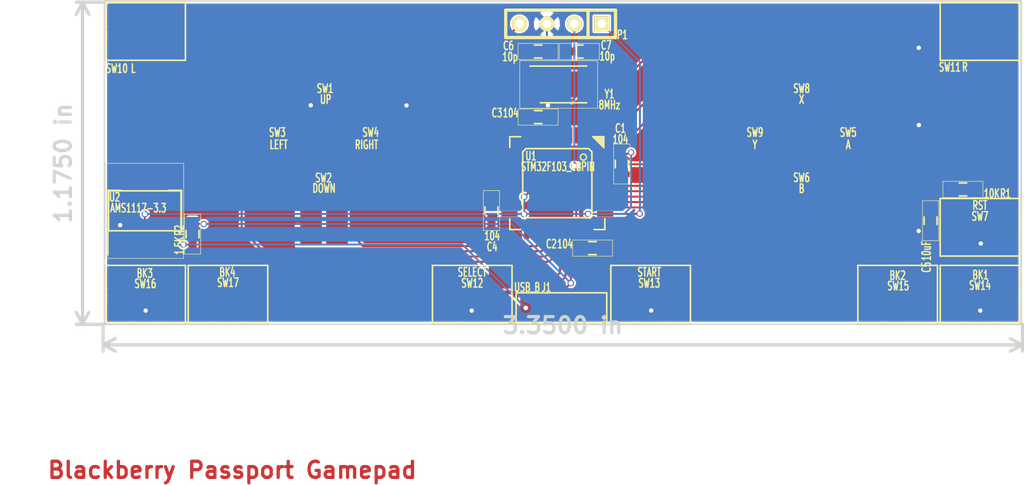
<source format=kicad_pcb>
(kicad_pcb (version 3) (host pcbnew "(22-Jun-2014 BZR 4027)-stable")

  (general
    (links 90)
    (no_connects 0)
    (area 315.037399 235.113759 400.023401 265.235761)
    (thickness 1.6)
    (drawings 7)
    (tracks 289)
    (zones 0)
    (modules 31)
    (nets 27)
  )

  (page A3)
  (layers
    (15 F.Cu signal)
    (0 B.Cu signal)
    (16 B.Adhes user)
    (17 F.Adhes user)
    (18 B.Paste user)
    (19 F.Paste user)
    (20 B.SilkS user)
    (21 F.SilkS user)
    (22 B.Mask user)
    (23 F.Mask user)
    (24 Dwgs.User user)
    (25 Cmts.User user)
    (26 Eco1.User user)
    (27 Eco2.User user)
    (28 Edge.Cuts user)
  )

  (setup
    (last_trace_width 0.18)
    (trace_clearance 0.18)
    (zone_clearance 0.18)
    (zone_45_only no)
    (trace_min 0.18)
    (segment_width 0.2)
    (edge_width 0.15)
    (via_size 0.6)
    (via_drill 0.4)
    (via_min_size 0.6)
    (via_min_drill 0.4)
    (uvia_size 0.6)
    (uvia_drill 0.4)
    (uvias_allowed no)
    (uvia_min_size 0.6)
    (uvia_min_drill 0.4)
    (pcb_text_width 0.3)
    (pcb_text_size 1.5 1.5)
    (mod_edge_width 0.15)
    (mod_text_size 1.5 1.5)
    (mod_text_width 0.15)
    (pad_size 2 1)
    (pad_drill 0)
    (pad_to_mask_clearance 0.2)
    (aux_axis_origin 0 0)
    (visible_elements FFFFFFBF)
    (pcbplotparams
      (layerselection 536838145)
      (usegerberextensions true)
      (excludeedgelayer true)
      (linewidth 0.100000)
      (plotframeref false)
      (viasonmask false)
      (mode 1)
      (useauxorigin false)
      (hpglpennumber 1)
      (hpglpenspeed 20)
      (hpglpendiameter 15)
      (hpglpenoverlay 2)
      (psnegative false)
      (psa4output false)
      (plotreference true)
      (plotvalue true)
      (plotothertext true)
      (plotinvisibletext false)
      (padsonsilk false)
      (subtractmaskfromsilk false)
      (outputformat 1)
      (mirror false)
      (drillshape 0)
      (scaleselection 1)
      (outputdirectory gerber_20180503))
  )

  (net 0 "")
  (net 1 +3.3V)
  (net 2 +5V)
  (net 3 A)
  (net 4 B)
  (net 5 BK1)
  (net 6 BK2)
  (net 7 BK3)
  (net 8 BK4)
  (net 9 DOWN)
  (net 10 GND)
  (net 11 L)
  (net 12 LEFT)
  (net 13 R)
  (net 14 RIGHT)
  (net 15 RST)
  (net 16 SELECT)
  (net 17 START)
  (net 18 SWCLK)
  (net 19 SWDIO)
  (net 20 UP)
  (net 21 USB_DM)
  (net 22 USB_DP)
  (net 23 X)
  (net 24 X1)
  (net 25 X2)
  (net 26 Y)

  (net_class Default "This is the default net class."
    (clearance 0.18)
    (trace_width 0.18)
    (via_dia 0.6)
    (via_drill 0.4)
    (uvia_dia 0.6)
    (uvia_drill 0.4)
    (add_net "")
    (add_net +3.3V)
    (add_net +5V)
    (add_net A)
    (add_net B)
    (add_net BK1)
    (add_net BK2)
    (add_net BK3)
    (add_net BK4)
    (add_net DOWN)
    (add_net GND)
    (add_net L)
    (add_net LEFT)
    (add_net R)
    (add_net RIGHT)
    (add_net RST)
    (add_net SELECT)
    (add_net START)
    (add_net SWCLK)
    (add_net SWDIO)
    (add_net UP)
    (add_net USB_DM)
    (add_net USB_DP)
    (add_net X)
    (add_net X1)
    (add_net X2)
    (add_net Y)
  )

  (module MyFT_SOT-223 (layer F.Cu) (tedit 5A379D5D) (tstamp 5A376821)
    (at 317.5762 253.50216 90)
    (descr "module CMS SOT223 4 pins")
    (tags "CMS SOT")
    (path /5A25AF73)
    (attr smd)
    (fp_text reference U2 (at 1.27 -2.794 180) (layer F.SilkS)
      (effects (font (size 0.8 0.5) (thickness 0.125)))
    )
    (fp_text value AMS1117-3.3 (at 0.254 -0.6096 180) (layer F.SilkS)
      (effects (font (size 0.8 0.5) (thickness 0.125)))
    )
    (fp_line (start 1.91 3.41) (end 1.91 2.15) (layer F.SilkS) (width 0.12))
    (fp_line (start 1.91 -3.41) (end 1.91 -2.15) (layer F.SilkS) (width 0.12))
    (fp_line (start 4.4 -3.6) (end -4.4 -3.6) (layer F.SilkS) (width 0.05))
    (fp_line (start 4.4 3.6) (end 4.4 -3.6) (layer F.SilkS) (width 0.05))
    (fp_line (start -4.4 3.6) (end 4.4 3.6) (layer F.SilkS) (width 0.05))
    (fp_line (start -4.4 -3.6) (end -4.4 3.6) (layer F.SilkS) (width 0.05))
    (fp_line (start -1.85 -3.35) (end -1.85 3.35) (layer F.SilkS) (width 0.15))
    (fp_line (start -1.85 3.41) (end 1.91 3.41) (layer F.SilkS) (width 0.12))
    (fp_line (start -1.85 -3.35) (end 1.85 -3.35) (layer F.SilkS) (width 0.15))
    (fp_line (start -4.1 -3.41) (end 1.91 -3.41) (layer F.SilkS) (width 0.12))
    (fp_line (start -1.85 3.35) (end 1.85 3.35) (layer F.SilkS) (width 0.15))
    (fp_line (start 1.85 -3.35) (end 1.85 3.35) (layer F.SilkS) (width 0.15))
    (pad 4 smd rect (at 3.15 0 90) (size 2 3.8)
      (layers F.Cu F.Paste F.Mask)
    )
    (pad 2 smd rect (at -3.15 0 90) (size 2 1.5)
      (layers F.Cu F.Paste F.Mask)
      (net 1 +3.3V)
    )
    (pad 3 smd rect (at -3.15 2.3 90) (size 2 1.5)
      (layers F.Cu F.Paste F.Mask)
      (net 2 +5V)
    )
    (pad 1 smd rect (at -3.15 -2.3 90) (size 2 1.5)
      (layers F.Cu F.Paste F.Mask)
      (net 10 GND)
    )
    (model TO_SOT_Packages_SMD.3dshapes/SOT-223.wrl
      (at (xyz 0 0 0))
      (scale (xyz 0.4 0.4 0.4))
      (rotate (xyz 0 0 90))
    )
  )

  (module MyFT_R_0603 (layer F.Cu) (tedit 5A38CF84) (tstamp 5A37682D)
    (at 393.2936 251.52096 180)
    (descr "C 0603 Hand Soldering")
    (tags 0603)
    (path /5A24FAC4)
    (attr smd)
    (fp_text reference R1 (at -3.937 -0.381 180) (layer F.SilkS)
      (effects (font (size 0.8 0.5) (thickness 0.125)))
    )
    (fp_text value 10K (at -2.667 -0.381 180) (layer F.SilkS)
      (effects (font (size 0.8 0.5) (thickness 0.125)))
    )
    (fp_line (start -1.85 -0.75) (end 1.85 -0.75) (layer F.SilkS) (width 0.05))
    (fp_line (start -1.85 0.75) (end 1.85 0.75) (layer F.SilkS) (width 0.05))
    (fp_line (start -1.85 -0.75) (end -1.85 0.75) (layer F.SilkS) (width 0.05))
    (fp_line (start 1.85 -0.75) (end 1.85 0.75) (layer F.SilkS) (width 0.05))
    (fp_line (start -0.35 -0.6) (end 0.35 -0.6) (layer F.SilkS) (width 0.15))
    (fp_line (start 0.35 0.6) (end -0.35 0.6) (layer F.SilkS) (width 0.15))
    (pad 1 smd rect (at -0.95 0 180) (size 1.2 0.75)
      (layers F.Cu F.Paste F.Mask)
      (net 1 +3.3V)
    )
    (pad 2 smd rect (at 0.95 0 180) (size 1.2 0.75)
      (layers F.Cu F.Paste F.Mask)
      (net 15 RST)
    )
    (model Capacitors_SMD.3dshapes/C_0603_HandSoldering.wrl
      (at (xyz 0 0 0))
      (scale (xyz 1 1 1))
      (rotate (xyz 0 0 0))
    )
  )

  (module MyFT_DPAD_TB (layer F.Cu) (tedit 5A38F49F) (tstamp 5A37688D)
    (at 334.1624 239.12576 180)
    (descr "DPad Top Buttom")
    (tags "DPad Top Buttom")
    (path /5A250976)
    (fp_text reference SW1 (at -0.1016 -3.048 180) (layer F.SilkS)
      (effects (font (size 0.8 0.5) (thickness 0.125)))
    )
    (fp_text value UP (at -0.1524 -4.064 180) (layer F.SilkS)
      (effects (font (size 0.8 0.5) (thickness 0.125)))
    )
    (pad 2 smd rect (at 1.2 0 180) (size 2 4.5)
      (layers F.Cu F.Paste F.Mask)
      (net 10 GND)
    )
    (pad 1 smd rect (at -1.2 0 180) (size 2 4.5)
      (layers F.Cu F.Paste F.Mask)
      (net 20 UP)
    )
  )

  (module MyFT_DPAD_TB (layer F.Cu) (tedit 5A379028) (tstamp 5A376893)
    (at 378.3584 239.12576)
    (descr "DPad Top Buttom")
    (tags "DPad Top Buttom")
    (path /5A250BF9)
    (fp_text reference SW8 (at 0 3.048) (layer F.SilkS)
      (effects (font (size 0.8 0.5) (thickness 0.125)))
    )
    (fp_text value X (at 0 4.064) (layer F.SilkS)
      (effects (font (size 0.8 0.5) (thickness 0.125)))
    )
    (pad 2 smd rect (at 1.2 0) (size 2 4.5)
      (layers F.Cu F.Paste F.Mask)
      (net 10 GND)
    )
    (pad 1 smd rect (at -1.2 0) (size 2 4.5)
      (layers F.Cu F.Paste F.Mask)
      (net 23 X)
    )
  )

  (module MyFT_DPAD_TB (layer F.Cu) (tedit 5A379047) (tstamp 5A376899)
    (at 378.3584 254.36576)
    (descr "DPad Top Buttom")
    (tags "DPad Top Buttom")
    (path /5A250BF3)
    (fp_text reference SW6 (at 0 -3.937) (layer F.SilkS)
      (effects (font (size 0.8 0.5) (thickness 0.125)))
    )
    (fp_text value B (at 0 -2.921) (layer F.SilkS)
      (effects (font (size 0.8 0.5) (thickness 0.125)))
    )
    (pad 2 smd rect (at 1.2 0) (size 2 4.5)
      (layers F.Cu F.Paste F.Mask)
      (net 10 GND)
    )
    (pad 1 smd rect (at -1.2 0) (size 2 4.5)
      (layers F.Cu F.Paste F.Mask)
      (net 4 B)
    )
  )

  (module MyFT_DPAD_TB (layer F.Cu) (tedit 5A38F422) (tstamp 5A37689F)
    (at 334.1624 254.36576 180)
    (descr "DPad Top Buttom")
    (tags "DPad Top Buttom")
    (path /5A2509BC)
    (fp_text reference SW2 (at 0.0508 3.9116 180) (layer F.SilkS)
      (effects (font (size 0.8 0.5) (thickness 0.125)))
    )
    (fp_text value DOWN (at 0 2.9464 180) (layer F.SilkS)
      (effects (font (size 0.8 0.5) (thickness 0.125)))
    )
    (pad 2 smd rect (at 1.2 0 180) (size 2 4.5)
      (layers F.Cu F.Paste F.Mask)
      (net 10 GND)
    )
    (pad 1 smd rect (at -1.2 0 180) (size 2 4.5)
      (layers F.Cu F.Paste F.Mask)
      (net 9 DOWN)
    )
  )

  (module MyFT_DPAD_LR (layer F.Cu) (tedit 5A37903A) (tstamp 5A3768A5)
    (at 385.9784 246.74576)
    (descr "DPad Left Right")
    (tags "DPad Left Right")
    (path /5A250BED)
    (fp_text reference SW5 (at -3.302 -0.508) (layer F.SilkS)
      (effects (font (size 0.8 0.5) (thickness 0.125)))
    )
    (fp_text value A (at -3.302 0.635) (layer F.SilkS)
      (effects (font (size 0.8 0.5) (thickness 0.125)))
    )
    (pad 2 smd rect (at 0 -1.2) (size 4.5 2)
      (layers F.Cu F.Paste F.Mask)
      (net 10 GND)
    )
    (pad 1 smd rect (at 0 1.2) (size 4.5 2)
      (layers F.Cu F.Paste F.Mask)
      (net 3 A)
    )
  )

  (module MyFT_DPAD_LR (layer F.Cu) (tedit 5A378FC0) (tstamp 5A3768AB)
    (at 341.7824 246.74576)
    (descr "DPad Left Right")
    (tags "DPad Left Right")
    (path /5A250B0F)
    (fp_text reference SW4 (at -3.302 -0.508) (layer F.SilkS)
      (effects (font (size 0.8 0.5) (thickness 0.125)))
    )
    (fp_text value RIGHT (at -3.683 0.635) (layer F.SilkS)
      (effects (font (size 0.8 0.5) (thickness 0.125)))
    )
    (pad 2 smd rect (at 0 -1.2) (size 4.5 2)
      (layers F.Cu F.Paste F.Mask)
      (net 10 GND)
    )
    (pad 1 smd rect (at 0 1.2) (size 4.5 2)
      (layers F.Cu F.Paste F.Mask)
      (net 14 RIGHT)
    )
  )

  (module MyFT_DPAD_LR (layer F.Cu) (tedit 5A378FBC) (tstamp 5A3768B1)
    (at 326.5424 246.74576)
    (descr "DPad Left Right")
    (tags "DPad Left Right")
    (path /5A250B09)
    (fp_text reference SW3 (at 3.302 -0.508) (layer F.SilkS)
      (effects (font (size 0.8 0.5) (thickness 0.125)))
    )
    (fp_text value LEFT (at 3.429 0.635) (layer F.SilkS)
      (effects (font (size 0.8 0.5) (thickness 0.125)))
    )
    (pad 2 smd rect (at 0 -1.2) (size 4.5 2)
      (layers F.Cu F.Paste F.Mask)
      (net 10 GND)
    )
    (pad 1 smd rect (at 0 1.2) (size 4.5 2)
      (layers F.Cu F.Paste F.Mask)
      (net 12 LEFT)
    )
  )

  (module MyFT_DPAD_LR (layer F.Cu) (tedit 5A37901A) (tstamp 5A3768B7)
    (at 370.7384 246.74576)
    (descr "DPad Left Right")
    (tags "DPad Left Right")
    (path /5A250BFF)
    (fp_text reference SW9 (at 3.302 -0.508) (layer F.SilkS)
      (effects (font (size 0.8 0.5) (thickness 0.125)))
    )
    (fp_text value Y (at 3.302 0.635) (layer F.SilkS)
      (effects (font (size 0.8 0.5) (thickness 0.125)))
    )
    (pad 2 smd rect (at 0 -1.2) (size 4.5 2)
      (layers F.Cu F.Paste F.Mask)
      (net 10 GND)
    )
    (pad 1 smd rect (at 0 1.2) (size 4.5 2)
      (layers F.Cu F.Paste F.Mask)
      (net 26 Y)
    )
  )

  (module MyFT_Crystal_SMD_5032_2Pads (layer F.Cu) (tedit 5A38D000) (tstamp 5A3768C3)
    (at 355.8794 241.79276)
    (descr "Ceramic SMD crystal, 5.0x3.2mm, 2 Pads")
    (tags "crystal oscillator quartz SMD SMT 5032")
    (path /5A24FCB2)
    (attr smd)
    (fp_text reference Y1 (at 4.699 0.889) (layer F.SilkS)
      (effects (font (size 0.8 0.5) (thickness 0.125)))
    )
    (fp_text value 8MHz (at 4.699 1.905) (layer F.SilkS)
      (effects (font (size 0.8 0.5) (thickness 0.125)))
    )
    (fp_line (start 3.6 2.2) (end 3.6 -2.2) (layer F.SilkS) (width 0.05))
    (fp_line (start -3.6 2.2) (end 3.6 2.2) (layer F.SilkS) (width 0.05))
    (fp_line (start -3.6 -2.2) (end -3.6 2.2) (layer F.SilkS) (width 0.05))
    (fp_line (start 3.6 -2.2) (end -3.6 -2.2) (layer F.SilkS) (width 0.05))
    (fp_line (start 2.6 1.7) (end -1.7 1.7) (layer F.SilkS) (width 0.15))
    (fp_line (start -2.65 -1.7) (end 2.6 -1.7) (layer F.SilkS) (width 0.15))
    (pad 1 smd rect (at -2.05 0) (size 2 2.4)
      (layers F.Cu F.Paste F.Mask)
      (net 25 X2)
    )
    (pad 2 smd rect (at 2.05 0) (size 2 2.4)
      (layers F.Cu F.Paste F.Mask)
      (net 24 X1)
    )
    (model Crystals.3dshapes/Crystal_SMD_5032_2Pads.wrl
      (at (xyz 0 0 0))
      (scale (xyz 0.3937 0.3937 0.3937))
      (rotate (xyz 0 0 0))
    )
  )

  (module MyFT_C_0603 (layer F.Cu) (tedit 5A38F294) (tstamp 5A3768CF)
    (at 357.7844 238.74476 180)
    (descr "0603 Hand Soldering")
    (tags 0603)
    (path /5A24FD58)
    (attr smd)
    (fp_text reference C7 (at -2.4892 0.5842 180) (layer F.SilkS)
      (effects (font (size 0.8 0.5) (thickness 0.125)))
    )
    (fp_text value 10p (at -2.5908 -0.4318 180) (layer F.SilkS)
      (effects (font (size 0.8 0.5) (thickness 0.125)))
    )
    (fp_line (start -1.85 -0.75) (end 1.85 -0.75) (layer F.SilkS) (width 0.05))
    (fp_line (start -1.85 0.75) (end 1.85 0.75) (layer F.SilkS) (width 0.05))
    (fp_line (start -1.85 -0.75) (end -1.85 0.75) (layer F.SilkS) (width 0.05))
    (fp_line (start 1.85 -0.75) (end 1.85 0.75) (layer F.SilkS) (width 0.05))
    (fp_line (start -0.35 -0.6) (end 0.35 -0.6) (layer F.SilkS) (width 0.15))
    (fp_line (start 0.35 0.6) (end -0.35 0.6) (layer F.SilkS) (width 0.15))
    (pad 1 smd rect (at -0.95 0 180) (size 1.2 0.75)
      (layers F.Cu F.Paste F.Mask)
      (net 24 X1)
    )
    (pad 2 smd rect (at 0.95 0 180) (size 1.2 0.75)
      (layers F.Cu F.Paste F.Mask)
      (net 10 GND)
    )
    (model Capacitors_SMD.3dshapes/C_0603_HandSoldering.wrl
      (at (xyz 0 0 0))
      (scale (xyz 1 1 1))
      (rotate (xyz 0 0 0))
    )
  )

  (module MyFT_C_0603 (layer F.Cu) (tedit 5A38F283) (tstamp 5A3768DB)
    (at 353.9744 238.74476)
    (descr "0603 Hand Soldering")
    (tags 0603)
    (path /5A24FD1F)
    (attr smd)
    (fp_text reference C6 (at -2.7432 -0.5334) (layer F.SilkS)
      (effects (font (size 0.8 0.5) (thickness 0.125)))
    )
    (fp_text value 10p (at -2.5908 0.4826) (layer F.SilkS)
      (effects (font (size 0.8 0.5) (thickness 0.125)))
    )
    (fp_line (start -1.85 -0.75) (end 1.85 -0.75) (layer F.SilkS) (width 0.05))
    (fp_line (start -1.85 0.75) (end 1.85 0.75) (layer F.SilkS) (width 0.05))
    (fp_line (start -1.85 -0.75) (end -1.85 0.75) (layer F.SilkS) (width 0.05))
    (fp_line (start 1.85 -0.75) (end 1.85 0.75) (layer F.SilkS) (width 0.05))
    (fp_line (start -0.35 -0.6) (end 0.35 -0.6) (layer F.SilkS) (width 0.15))
    (fp_line (start 0.35 0.6) (end -0.35 0.6) (layer F.SilkS) (width 0.15))
    (pad 1 smd rect (at -0.95 0) (size 1.2 0.75)
      (layers F.Cu F.Paste F.Mask)
      (net 25 X2)
    )
    (pad 2 smd rect (at 0.95 0) (size 1.2 0.75)
      (layers F.Cu F.Paste F.Mask)
      (net 10 GND)
    )
    (model Capacitors_SMD.3dshapes/C_0603_HandSoldering.wrl
      (at (xyz 0 0 0))
      (scale (xyz 1 1 1))
      (rotate (xyz 0 0 0))
    )
  )

  (module MyFT_C_0603 (layer F.Cu) (tedit 5A38CF77) (tstamp 5A3768E7)
    (at 390.2964 254.41656 270)
    (descr "0603 Hand Soldering")
    (tags 0603)
    (path /5A24FA7D)
    (attr smd)
    (fp_text reference C5 (at 4.318 0.381 270) (layer F.SilkS)
      (effects (font (size 0.8 0.5) (thickness 0.125)))
    )
    (fp_text value 10uF (at 2.794 0.381 270) (layer F.SilkS)
      (effects (font (size 0.8 0.5) (thickness 0.125)))
    )
    (fp_line (start -1.85 -0.75) (end 1.85 -0.75) (layer F.SilkS) (width 0.05))
    (fp_line (start -1.85 0.75) (end 1.85 0.75) (layer F.SilkS) (width 0.05))
    (fp_line (start -1.85 -0.75) (end -1.85 0.75) (layer F.SilkS) (width 0.05))
    (fp_line (start 1.85 -0.75) (end 1.85 0.75) (layer F.SilkS) (width 0.05))
    (fp_line (start -0.35 -0.6) (end 0.35 -0.6) (layer F.SilkS) (width 0.15))
    (fp_line (start 0.35 0.6) (end -0.35 0.6) (layer F.SilkS) (width 0.15))
    (pad 1 smd rect (at -0.95 0 270) (size 1.2 0.75)
      (layers F.Cu F.Paste F.Mask)
      (net 15 RST)
    )
    (pad 2 smd rect (at 0.95 0 270) (size 1.2 0.75)
      (layers F.Cu F.Paste F.Mask)
      (net 10 GND)
    )
    (model Capacitors_SMD.3dshapes/C_0603_HandSoldering.wrl
      (at (xyz 0 0 0))
      (scale (xyz 1 1 1))
      (rotate (xyz 0 0 0))
    )
  )

  (module MyFT_C_0603 (layer F.Cu) (tedit 5A3795A5) (tstamp 5A38D633)
    (at 349.6564 253.47676 90)
    (descr "0603 Hand Soldering")
    (tags 0603)
    (path /5A24F80F)
    (attr smd)
    (fp_text reference C4 (at -3.3655 0.0635 180) (layer F.SilkS)
      (effects (font (size 0.8 0.5) (thickness 0.125)))
    )
    (fp_text value 104 (at -2.3495 0.0635 180) (layer F.SilkS)
      (effects (font (size 0.8 0.5) (thickness 0.125)))
    )
    (fp_line (start -1.85 -0.75) (end 1.85 -0.75) (layer F.SilkS) (width 0.05))
    (fp_line (start -1.85 0.75) (end 1.85 0.75) (layer F.SilkS) (width 0.05))
    (fp_line (start -1.85 -0.75) (end -1.85 0.75) (layer F.SilkS) (width 0.05))
    (fp_line (start 1.85 -0.75) (end 1.85 0.75) (layer F.SilkS) (width 0.05))
    (fp_line (start -0.35 -0.6) (end 0.35 -0.6) (layer F.SilkS) (width 0.15))
    (fp_line (start 0.35 0.6) (end -0.35 0.6) (layer F.SilkS) (width 0.15))
    (pad 1 smd rect (at -0.95 0 90) (size 1.2 0.75)
      (layers F.Cu F.Paste F.Mask)
      (net 1 +3.3V)
    )
    (pad 2 smd rect (at 0.95 0 90) (size 1.2 0.75)
      (layers F.Cu F.Paste F.Mask)
      (net 10 GND)
    )
    (model Capacitors_SMD.3dshapes/C_0603_HandSoldering.wrl
      (at (xyz 0 0 0))
      (scale (xyz 1 1 1))
      (rotate (xyz 0 0 0))
    )
  )

  (module MyFT_C_0603 (layer F.Cu) (tedit 5A38CFE0) (tstamp 5A3768FF)
    (at 353.97948 244.82044)
    (descr "0603 Hand Soldering")
    (tags 0603)
    (path /5A24F7F2)
    (attr smd)
    (fp_text reference C3 (at -3.81 -0.381) (layer F.SilkS)
      (effects (font (size 0.8 0.5) (thickness 0.125)))
    )
    (fp_text value 104 (at -2.54 -0.381) (layer F.SilkS)
      (effects (font (size 0.8 0.5) (thickness 0.125)))
    )
    (fp_line (start -1.85 -0.75) (end 1.85 -0.75) (layer F.SilkS) (width 0.05))
    (fp_line (start -1.85 0.75) (end 1.85 0.75) (layer F.SilkS) (width 0.05))
    (fp_line (start -1.85 -0.75) (end -1.85 0.75) (layer F.SilkS) (width 0.05))
    (fp_line (start 1.85 -0.75) (end 1.85 0.75) (layer F.SilkS) (width 0.05))
    (fp_line (start -0.35 -0.6) (end 0.35 -0.6) (layer F.SilkS) (width 0.15))
    (fp_line (start 0.35 0.6) (end -0.35 0.6) (layer F.SilkS) (width 0.15))
    (pad 1 smd rect (at -0.95 0) (size 1.2 0.75)
      (layers F.Cu F.Paste F.Mask)
      (net 1 +3.3V)
    )
    (pad 2 smd rect (at 0.95 0) (size 1.2 0.75)
      (layers F.Cu F.Paste F.Mask)
      (net 10 GND)
    )
    (model Capacitors_SMD.3dshapes/C_0603_HandSoldering.wrl
      (at (xyz 0 0 0))
      (scale (xyz 1 1 1))
      (rotate (xyz 0 0 0))
    )
  )

  (module MyFT_C_0603 (layer F.Cu) (tedit 5A38CF73) (tstamp 5A38D626)
    (at 359.00868 256.95656 180)
    (descr "0603 Hand Soldering")
    (tags 0603)
    (path /5A24F7D7)
    (attr smd)
    (fp_text reference C2 (at 3.81 0.381 180) (layer F.SilkS)
      (effects (font (size 0.8 0.5) (thickness 0.125)))
    )
    (fp_text value 104 (at 2.54 0.381 180) (layer F.SilkS)
      (effects (font (size 0.8 0.5) (thickness 0.125)))
    )
    (fp_line (start -1.85 -0.75) (end 1.85 -0.75) (layer F.SilkS) (width 0.05))
    (fp_line (start -1.85 0.75) (end 1.85 0.75) (layer F.SilkS) (width 0.05))
    (fp_line (start -1.85 -0.75) (end -1.85 0.75) (layer F.SilkS) (width 0.05))
    (fp_line (start 1.85 -0.75) (end 1.85 0.75) (layer F.SilkS) (width 0.05))
    (fp_line (start -0.35 -0.6) (end 0.35 -0.6) (layer F.SilkS) (width 0.15))
    (fp_line (start 0.35 0.6) (end -0.35 0.6) (layer F.SilkS) (width 0.15))
    (pad 1 smd rect (at -0.95 0 180) (size 1.2 0.75)
      (layers F.Cu F.Paste F.Mask)
      (net 1 +3.3V)
    )
    (pad 2 smd rect (at 0.95 0 180) (size 1.2 0.75)
      (layers F.Cu F.Paste F.Mask)
      (net 10 GND)
    )
    (model Capacitors_SMD.3dshapes/C_0603_HandSoldering.wrl
      (at (xyz 0 0 0))
      (scale (xyz 1 1 1))
      (rotate (xyz 0 0 0))
    )
  )

  (module MyFT_C_0603 (layer F.Cu) (tedit 5A38CF90) (tstamp 5A38EDB2)
    (at 361.7214 249.16384 270)
    (descr "0603 Hand Soldering")
    (tags 0603)
    (path /5A24F7A6)
    (attr smd)
    (fp_text reference C1 (at -3.302 0.127 360) (layer F.SilkS)
      (effects (font (size 0.8 0.5) (thickness 0.125)))
    )
    (fp_text value 104 (at -2.286 0.127 360) (layer F.SilkS)
      (effects (font (size 0.8 0.5) (thickness 0.125)))
    )
    (fp_line (start -1.85 -0.75) (end 1.85 -0.75) (layer F.SilkS) (width 0.05))
    (fp_line (start -1.85 0.75) (end 1.85 0.75) (layer F.SilkS) (width 0.05))
    (fp_line (start -1.85 -0.75) (end -1.85 0.75) (layer F.SilkS) (width 0.05))
    (fp_line (start 1.85 -0.75) (end 1.85 0.75) (layer F.SilkS) (width 0.05))
    (fp_line (start -0.35 -0.6) (end 0.35 -0.6) (layer F.SilkS) (width 0.15))
    (fp_line (start 0.35 0.6) (end -0.35 0.6) (layer F.SilkS) (width 0.15))
    (pad 1 smd rect (at -0.95 0 270) (size 1.2 0.75)
      (layers F.Cu F.Paste F.Mask)
      (net 1 +3.3V)
    )
    (pad 2 smd rect (at 0.95 0 270) (size 1.2 0.75)
      (layers F.Cu F.Paste F.Mask)
      (net 10 GND)
    )
    (model Capacitors_SMD.3dshapes/C_0603_HandSoldering.wrl
      (at (xyz 0 0 0))
      (scale (xyz 1 1 1))
      (rotate (xyz 0 0 0))
    )
  )

  (module MyFT_4.5x4.5_SMD (layer F.Cu) (tedit 5A379349) (tstamp 5A377938)
    (at 394.8684 255.02616)
    (descr 4.5x4.5_SMD)
    (tags 4.5x4.5_SMD)
    (path /5A24FB0F)
    (attr smd)
    (fp_text reference SW7 (at 0 -1.016) (layer F.SilkS)
      (effects (font (size 0.8 0.5) (thickness 0.125)))
    )
    (fp_text value RST (at 0 -2.032) (layer F.SilkS)
      (effects (font (size 0.8 0.5) (thickness 0.125)))
    )
    (fp_line (start -3.683 -2.667) (end 3.683 -2.667) (layer F.SilkS) (width 0.15))
    (fp_line (start 3.683 -2.667) (end 3.683 2.667) (layer F.SilkS) (width 0.15))
    (fp_line (start 3.683 2.667) (end -3.683 2.667) (layer F.SilkS) (width 0.15))
    (fp_line (start -3.683 2.667) (end -3.683 -2.667) (layer F.SilkS) (width 0.15))
    (pad 2 smd rect (at -2.54 1.524) (size 2 2)
      (layers F.Cu F.Paste F.Mask)
      (net 10 GND)
    )
    (pad 1 smd rect (at -2.54 -1.524) (size 2 2)
      (layers F.Cu F.Paste F.Mask)
      (net 15 RST)
    )
    (pad 1 smd rect (at 2.54 -1.524) (size 2 2)
      (layers F.Cu F.Paste F.Mask)
      (net 15 RST)
    )
    (pad 2 smd rect (at 2.54 1.524) (size 2 2)
      (layers F.Cu F.Paste F.Mask)
      (net 10 GND)
    )
    (model Buttons_Switches_SMD.3dshapes/SW_SPST_PTS645.wrl
      (at (xyz 0 0 0))
      (scale (xyz 1 1 1))
      (rotate (xyz 0 0 0))
    )
  )

  (module MyFT_4.5x4.5_SMD (layer F.Cu) (tedit 5A378F44) (tstamp 5A377944)
    (at 317.6524 236.89056)
    (descr 4.5x4.5_SMD)
    (tags 4.5x4.5_SMD)
    (path /5A2511F1)
    (attr smd)
    (fp_text reference SW10 (at -2.667 3.429) (layer F.SilkS)
      (effects (font (size 0.8 0.5) (thickness 0.125)))
    )
    (fp_text value L (at -1.143 3.429) (layer F.SilkS)
      (effects (font (size 0.8 0.5) (thickness 0.125)))
    )
    (fp_line (start -3.683 -2.667) (end 3.683 -2.667) (layer F.SilkS) (width 0.15))
    (fp_line (start 3.683 -2.667) (end 3.683 2.667) (layer F.SilkS) (width 0.15))
    (fp_line (start 3.683 2.667) (end -3.683 2.667) (layer F.SilkS) (width 0.15))
    (fp_line (start -3.683 2.667) (end -3.683 -2.667) (layer F.SilkS) (width 0.15))
    (pad 2 smd rect (at -2.54 1.524) (size 2 2)
      (layers F.Cu F.Paste F.Mask)
      (net 10 GND)
    )
    (pad 1 smd rect (at -2.54 -1.524) (size 2 2)
      (layers F.Cu F.Paste F.Mask)
      (net 11 L)
    )
    (pad 1 smd rect (at 2.54 -1.524) (size 2 2)
      (layers F.Cu F.Paste F.Mask)
      (net 11 L)
    )
    (pad 2 smd rect (at 2.54 1.524) (size 2 2)
      (layers F.Cu F.Paste F.Mask)
      (net 10 GND)
    )
    (model Buttons_Switches_SMD.3dshapes/SW_SPST_PTS645.wrl
      (at (xyz 0 0 0))
      (scale (xyz 1 1 1))
      (rotate (xyz 0 0 0))
    )
  )

  (module MyFT_4.5x4.5_SMD (layer F.Cu) (tedit 5A379008) (tstamp 5A377950)
    (at 394.8684 236.89056)
    (descr 4.5x4.5_SMD)
    (tags 4.5x4.5_SMD)
    (path /5A2511F7)
    (attr smd)
    (fp_text reference SW11 (at -2.794 3.302) (layer F.SilkS)
      (effects (font (size 0.8 0.5) (thickness 0.125)))
    )
    (fp_text value R (at -1.397 3.302) (layer F.SilkS)
      (effects (font (size 0.8 0.5) (thickness 0.125)))
    )
    (fp_line (start -3.683 -2.667) (end 3.683 -2.667) (layer F.SilkS) (width 0.15))
    (fp_line (start 3.683 -2.667) (end 3.683 2.667) (layer F.SilkS) (width 0.15))
    (fp_line (start 3.683 2.667) (end -3.683 2.667) (layer F.SilkS) (width 0.15))
    (fp_line (start -3.683 2.667) (end -3.683 -2.667) (layer F.SilkS) (width 0.15))
    (pad 2 smd rect (at -2.54 1.524) (size 2 2)
      (layers F.Cu F.Paste F.Mask)
      (net 10 GND)
    )
    (pad 1 smd rect (at -2.54 -1.524) (size 2 2)
      (layers F.Cu F.Paste F.Mask)
      (net 13 R)
    )
    (pad 1 smd rect (at 2.54 -1.524) (size 2 2)
      (layers F.Cu F.Paste F.Mask)
      (net 13 R)
    )
    (pad 2 smd rect (at 2.54 1.524) (size 2 2)
      (layers F.Cu F.Paste F.Mask)
      (net 10 GND)
    )
    (model Buttons_Switches_SMD.3dshapes/SW_SPST_PTS645.wrl
      (at (xyz 0 0 0))
      (scale (xyz 1 1 1))
      (rotate (xyz 0 0 0))
    )
  )

  (module MyFT_4.5x4.5_SMD (layer F.Cu) (tedit 5A379360) (tstamp 5A37795C)
    (at 347.8784 261.22376)
    (descr 4.5x4.5_SMD)
    (tags 4.5x4.5_SMD)
    (path /5A2511FD)
    (attr smd)
    (fp_text reference SW12 (at 0 -1.016) (layer F.SilkS)
      (effects (font (size 0.8 0.5) (thickness 0.125)))
    )
    (fp_text value SELECT (at 0 -2.032) (layer F.SilkS)
      (effects (font (size 0.8 0.5) (thickness 0.125)))
    )
    (fp_line (start -3.683 -2.667) (end 3.683 -2.667) (layer F.SilkS) (width 0.15))
    (fp_line (start 3.683 -2.667) (end 3.683 2.667) (layer F.SilkS) (width 0.15))
    (fp_line (start 3.683 2.667) (end -3.683 2.667) (layer F.SilkS) (width 0.15))
    (fp_line (start -3.683 2.667) (end -3.683 -2.667) (layer F.SilkS) (width 0.15))
    (pad 2 smd rect (at -2.54 1.524) (size 2 2)
      (layers F.Cu F.Paste F.Mask)
      (net 10 GND)
    )
    (pad 1 smd rect (at -2.54 -1.524) (size 2 2)
      (layers F.Cu F.Paste F.Mask)
      (net 16 SELECT)
    )
    (pad 1 smd rect (at 2.54 -1.524) (size 2 2)
      (layers F.Cu F.Paste F.Mask)
      (net 16 SELECT)
    )
    (pad 2 smd rect (at 2.54 1.524) (size 2 2)
      (layers F.Cu F.Paste F.Mask)
      (net 10 GND)
    )
    (model Buttons_Switches_SMD.3dshapes/SW_SPST_PTS645.wrl
      (at (xyz 0 0 0))
      (scale (xyz 1 1 1))
      (rotate (xyz 0 0 0))
    )
  )

  (module MyFT_4.5x4.5_SMD (layer F.Cu) (tedit 5A37934F) (tstamp 5A377968)
    (at 364.3884 261.22376)
    (descr 4.5x4.5_SMD)
    (tags 4.5x4.5_SMD)
    (path /5A251203)
    (attr smd)
    (fp_text reference SW13 (at -0.127 -1.016) (layer F.SilkS)
      (effects (font (size 0.8 0.5) (thickness 0.125)))
    )
    (fp_text value START (at -0.127 -2.032) (layer F.SilkS)
      (effects (font (size 0.8 0.5) (thickness 0.125)))
    )
    (fp_line (start -3.683 -2.667) (end 3.683 -2.667) (layer F.SilkS) (width 0.15))
    (fp_line (start 3.683 -2.667) (end 3.683 2.667) (layer F.SilkS) (width 0.15))
    (fp_line (start 3.683 2.667) (end -3.683 2.667) (layer F.SilkS) (width 0.15))
    (fp_line (start -3.683 2.667) (end -3.683 -2.667) (layer F.SilkS) (width 0.15))
    (pad 2 smd rect (at -2.54 1.524) (size 2 2)
      (layers F.Cu F.Paste F.Mask)
      (net 10 GND)
    )
    (pad 1 smd rect (at -2.54 -1.524) (size 2 2)
      (layers F.Cu F.Paste F.Mask)
      (net 17 START)
    )
    (pad 1 smd rect (at 2.54 -1.524) (size 2 2)
      (layers F.Cu F.Paste F.Mask)
      (net 17 START)
    )
    (pad 2 smd rect (at 2.54 1.524) (size 2 2)
      (layers F.Cu F.Paste F.Mask)
      (net 10 GND)
    )
    (model Buttons_Switches_SMD.3dshapes/SW_SPST_PTS645.wrl
      (at (xyz 0 0 0))
      (scale (xyz 1 1 1))
      (rotate (xyz 0 0 0))
    )
  )

  (module MyFT_4.5x4.5_SMD (layer F.Cu) (tedit 5A38D8E0) (tstamp 5A377974)
    (at 394.8684 261.22376)
    (descr 4.5x4.5_SMD)
    (tags 4.5x4.5_SMD)
    (path /5A25156F)
    (attr smd)
    (fp_text reference SW14 (at 0 -0.8128) (layer F.SilkS)
      (effects (font (size 0.8 0.5) (thickness 0.125)))
    )
    (fp_text value BK1 (at 0.0508 -1.778) (layer F.SilkS)
      (effects (font (size 0.8 0.5) (thickness 0.125)))
    )
    (fp_line (start -3.683 -2.667) (end 3.683 -2.667) (layer F.SilkS) (width 0.15))
    (fp_line (start 3.683 -2.667) (end 3.683 2.667) (layer F.SilkS) (width 0.15))
    (fp_line (start 3.683 2.667) (end -3.683 2.667) (layer F.SilkS) (width 0.15))
    (fp_line (start -3.683 2.667) (end -3.683 -2.667) (layer F.SilkS) (width 0.15))
    (pad 2 smd rect (at -2.54 1.524) (size 2 2)
      (layers F.Cu F.Paste F.Mask)
      (net 10 GND)
    )
    (pad 1 smd rect (at -2.54 -1.524) (size 2 2)
      (layers F.Cu F.Paste F.Mask)
      (net 5 BK1)
    )
    (pad 1 smd rect (at 2.54 -1.524) (size 2 2)
      (layers F.Cu F.Paste F.Mask)
      (net 5 BK1)
    )
    (pad 2 smd rect (at 2.54 1.524) (size 2 2)
      (layers F.Cu F.Paste F.Mask)
      (net 10 GND)
    )
    (model Buttons_Switches_SMD.3dshapes/SW_SPST_PTS645.wrl
      (at (xyz 0 0 0))
      (scale (xyz 1 1 1))
      (rotate (xyz 0 0 0))
    )
  )

  (module MyFT_4.5x4.5_SMD (layer F.Cu) (tedit 5A38D8E6) (tstamp 5A377980)
    (at 387.2484 261.22376)
    (descr 4.5x4.5_SMD)
    (tags 4.5x4.5_SMD)
    (path /5A251575)
    (attr smd)
    (fp_text reference SW15 (at 0.0508 -0.762) (layer F.SilkS)
      (effects (font (size 0.8 0.5) (thickness 0.125)))
    )
    (fp_text value BK2 (at 0 -1.7272) (layer F.SilkS)
      (effects (font (size 0.8 0.5) (thickness 0.125)))
    )
    (fp_line (start -3.683 -2.667) (end 3.683 -2.667) (layer F.SilkS) (width 0.15))
    (fp_line (start 3.683 -2.667) (end 3.683 2.667) (layer F.SilkS) (width 0.15))
    (fp_line (start 3.683 2.667) (end -3.683 2.667) (layer F.SilkS) (width 0.15))
    (fp_line (start -3.683 2.667) (end -3.683 -2.667) (layer F.SilkS) (width 0.15))
    (pad 2 smd rect (at -2.54 1.524) (size 2 2)
      (layers F.Cu F.Paste F.Mask)
      (net 10 GND)
    )
    (pad 1 smd rect (at -2.54 -1.524) (size 2 2)
      (layers F.Cu F.Paste F.Mask)
      (net 6 BK2)
    )
    (pad 1 smd rect (at 2.54 -1.524) (size 2 2)
      (layers F.Cu F.Paste F.Mask)
      (net 6 BK2)
    )
    (pad 2 smd rect (at 2.54 1.524) (size 2 2)
      (layers F.Cu F.Paste F.Mask)
      (net 10 GND)
    )
    (model Buttons_Switches_SMD.3dshapes/SW_SPST_PTS645.wrl
      (at (xyz 0 0 0))
      (scale (xyz 1 1 1))
      (rotate (xyz 0 0 0))
    )
  )

  (module MyFT_4.5x4.5_SMD (layer F.Cu) (tedit 5A379D45) (tstamp 5A37798C)
    (at 317.6524 261.22376)
    (descr 4.5x4.5_SMD)
    (tags 4.5x4.5_SMD)
    (path /5A25157B)
    (attr smd)
    (fp_text reference SW16 (at -0.0254 -0.9652) (layer F.SilkS)
      (effects (font (size 0.8 0.5) (thickness 0.125)))
    )
    (fp_text value BK3 (at -0.0762 -1.9304) (layer F.SilkS)
      (effects (font (size 0.8 0.5) (thickness 0.125)))
    )
    (fp_line (start -3.683 -2.667) (end 3.683 -2.667) (layer F.SilkS) (width 0.15))
    (fp_line (start 3.683 -2.667) (end 3.683 2.667) (layer F.SilkS) (width 0.15))
    (fp_line (start 3.683 2.667) (end -3.683 2.667) (layer F.SilkS) (width 0.15))
    (fp_line (start -3.683 2.667) (end -3.683 -2.667) (layer F.SilkS) (width 0.15))
    (pad 2 smd rect (at -2.54 1.524) (size 2 2)
      (layers F.Cu F.Paste F.Mask)
      (net 10 GND)
    )
    (pad 1 smd rect (at -2.54 -1.524) (size 2 2)
      (layers F.Cu F.Paste F.Mask)
      (net 7 BK3)
    )
    (pad 1 smd rect (at 2.54 -1.524) (size 2 2)
      (layers F.Cu F.Paste F.Mask)
      (net 7 BK3)
    )
    (pad 2 smd rect (at 2.54 1.524) (size 2 2)
      (layers F.Cu F.Paste F.Mask)
      (net 10 GND)
    )
    (model Buttons_Switches_SMD.3dshapes/SW_SPST_PTS645.wrl
      (at (xyz 0 0 0))
      (scale (xyz 1 1 1))
      (rotate (xyz 0 0 0))
    )
  )

  (module MyFT_4.5x4.5_SMD (layer F.Cu) (tedit 5A379D4C) (tstamp 5A377998)
    (at 325.2724 261.22376)
    (descr 4.5x4.5_SMD)
    (tags 4.5x4.5_SMD)
    (path /5A251581)
    (attr smd)
    (fp_text reference SW17 (at 0 -1.0668) (layer F.SilkS)
      (effects (font (size 0.8 0.5) (thickness 0.125)))
    )
    (fp_text value BK4 (at -0.0508 -2.032) (layer F.SilkS)
      (effects (font (size 0.8 0.5) (thickness 0.125)))
    )
    (fp_line (start -3.683 -2.667) (end 3.683 -2.667) (layer F.SilkS) (width 0.15))
    (fp_line (start 3.683 -2.667) (end 3.683 2.667) (layer F.SilkS) (width 0.15))
    (fp_line (start 3.683 2.667) (end -3.683 2.667) (layer F.SilkS) (width 0.15))
    (fp_line (start -3.683 2.667) (end -3.683 -2.667) (layer F.SilkS) (width 0.15))
    (pad 2 smd rect (at -2.54 1.524) (size 2 2)
      (layers F.Cu F.Paste F.Mask)
      (net 10 GND)
    )
    (pad 1 smd rect (at -2.54 -1.524) (size 2 2)
      (layers F.Cu F.Paste F.Mask)
      (net 8 BK4)
    )
    (pad 1 smd rect (at 2.54 -1.524) (size 2 2)
      (layers F.Cu F.Paste F.Mask)
      (net 8 BK4)
    )
    (pad 2 smd rect (at 2.54 1.524) (size 2 2)
      (layers F.Cu F.Paste F.Mask)
      (net 10 GND)
    )
    (model Buttons_Switches_SMD.3dshapes/SW_SPST_PTS645.wrl
      (at (xyz 0 0 0))
      (scale (xyz 1 1 1))
      (rotate (xyz 0 0 0))
    )
  )

  (module MyFT_USB_Mini_B_PIN_ONLY (layer F.Cu) (tedit 5A3795F5) (tstamp 5A379893)
    (at 356.2604 262.49376)
    (descr "USB Mini-B 5-pin SMD connector")
    (tags "USB USB_B USB_Mini connector")
    (path /5A24FF7B)
    (attr smd)
    (fp_text reference J1 (at -1.524 -1.905) (layer F.SilkS)
      (effects (font (size 0.8 0.5) (thickness 0.125)))
    )
    (fp_text value USB_B (at -3.302 -1.905) (layer F.SilkS)
      (effects (font (size 0.8 0.5) (thickness 0.125)))
    )
    (fp_line (start -4.318 -1.397) (end 4.064 -1.397) (layer F.SilkS) (width 0.15))
    (fp_line (start 4.064 -1.397) (end 4.064 1.397) (layer F.SilkS) (width 0.15))
    (fp_line (start 4.064 1.397) (end -4.318 1.397) (layer F.SilkS) (width 0.15))
    (fp_line (start -4.318 1.397) (end -4.318 -1.397) (layer F.SilkS) (width 0.15))
    (pad 1 smd rect (at -3.429 0 90) (size 2 1)
      (layers F.Cu F.Paste F.Mask)
      (net 2 +5V)
    )
    (pad 2 smd rect (at -1.778 0 90) (size 2 1)
      (layers F.Cu F.Paste F.Mask)
      (net 21 USB_DM)
    )
    (pad 3 smd rect (at -0.127 0 90) (size 2 1)
      (layers F.Cu F.Paste F.Mask)
      (net 22 USB_DP)
    )
    (pad 4 smd rect (at 1.524 0 90) (size 2 1)
      (layers F.Cu F.Paste F.Mask)
      (net 10 GND)
    )
    (pad 5 smd rect (at 3.175 0 90) (size 2 1)
      (layers F.Cu F.Paste F.Mask)
      (net 10 GND)
    )
  )

  (module SIL-4 (layer F.Cu) (tedit 5A38CFF7) (tstamp 5A38A0E2)
    (at 356.0572 236.17936 180)
    (descr "Connecteur 4 pibs")
    (tags "CONN DEV")
    (path /5A38A19D)
    (fp_text reference P1 (at -5.715 -1.016 180) (layer F.SilkS)
      (effects (font (size 0.8 0.5) (thickness 0.125)))
    )
    (fp_text value CONN_4 (at 0 -2.54 180) (layer F.SilkS) hide
      (effects (font (size 1.524 1.016) (thickness 0.3048)))
    )
    (fp_line (start -5.08 -1.27) (end -5.08 -1.27) (layer F.SilkS) (width 0.3048))
    (fp_line (start -5.08 1.27) (end -5.08 -1.27) (layer F.SilkS) (width 0.3048))
    (fp_line (start -5.08 -1.27) (end -5.08 -1.27) (layer F.SilkS) (width 0.3048))
    (fp_line (start -5.08 -1.27) (end 5.08 -1.27) (layer F.SilkS) (width 0.3048))
    (fp_line (start 5.08 -1.27) (end 5.08 1.27) (layer F.SilkS) (width 0.3048))
    (fp_line (start 5.08 1.27) (end -5.08 1.27) (layer F.SilkS) (width 0.3048))
    (fp_line (start -2.54 1.27) (end -2.54 -1.27) (layer F.SilkS) (width 0.3048))
    (pad 1 thru_hole rect (at -3.81 0 180) (size 1.397 1.397) (drill 0.8128)
      (layers *.Cu *.Mask F.SilkS)
      (net 18 SWCLK)
    )
    (pad 2 thru_hole circle (at -1.27 0 180) (size 1.397 1.397) (drill 0.8128)
      (layers *.Cu *.Mask F.SilkS)
      (net 19 SWDIO)
    )
    (pad 3 thru_hole circle (at 1.27 0 180) (size 1.397 1.397) (drill 0.8128)
      (layers *.Cu *.Mask F.SilkS)
      (net 10 GND)
    )
    (pad 4 thru_hole circle (at 3.81 0 180) (size 1.397 1.397) (drill 0.8128)
      (layers *.Cu *.Mask F.SilkS)
      (net 1 +3.3V)
    )
  )

  (module MyFT_LQFP-48-1EP_7x7mm_Pitch0.5mm (layer F.Cu) (tedit 5AEAD699) (tstamp 5A38D68C)
    (at 355.7524 250.93676 180)
    (descr "LQFP-48 package, 7x7mm, 0.5mm pitch, according to NXP specifications")
    (path /5A24F5A1)
    (clearance 0.1)
    (attr smd)
    (fp_text reference U1 (at 2.4384 2.51968 180) (layer F.SilkS)
      (effects (font (size 0.8 0.5) (thickness 0.125)))
    )
    (fp_text value STM32F103_48PIN (at -0.05588 1.524 180) (layer F.SilkS)
      (effects (font (size 0.8 0.5) (thickness 0.125)))
    )
    (fp_line (start -2.8 3.2) (end -2.9 3.2) (layer F.SilkS) (width 0.15))
    (fp_line (start -2.9 3.2) (end -3.2 2.9) (layer F.SilkS) (width 0.15))
    (fp_line (start -3.2 2.9) (end -3.2 -2.9) (layer F.SilkS) (width 0.15))
    (fp_line (start -3.2 -2.9) (end -2.9 -3.2) (layer F.SilkS) (width 0.15))
    (fp_line (start -2.9 -3.2) (end 2.9 -3.2) (layer F.SilkS) (width 0.15))
    (fp_line (start 2.9 -3.2) (end 3.2 -2.9) (layer F.SilkS) (width 0.15))
    (fp_line (start 3.2 -2.9) (end 3.2 2.9) (layer F.SilkS) (width 0.15))
    (fp_line (start 3.2 2.9) (end 2.9 3.2) (layer F.SilkS) (width 0.15))
    (fp_line (start 2.9 3.2) (end -2.8 3.2) (layer F.SilkS) (width 0.15))
    (fp_line (start -4.29956 4.0989) (end -4.0989 4.29956) (layer F.SilkS) (width 0.14986))
    (fp_line (start -3.90078 4.29956) (end -4.29956 3.90078) (layer F.SilkS) (width 0.14986))
    (fp_line (start -4.29956 3.70012) (end -3.70012 4.29956) (layer F.SilkS) (width 0.14986))
    (fp_line (start -3.49946 4.29956) (end -4.29956 3.49946) (layer F.SilkS) (width 0.14986))
    (fp_line (start -3.2988 4.29956) (end -4.29956 4.29956) (layer F.SilkS) (width 0.14986))
    (fp_line (start -4.29956 4.29956) (end -4.29956 3.2988) (layer F.SilkS) (width 0.14986))
    (fp_line (start -4.29956 3.2988) (end -3.2988 4.29956) (layer F.SilkS) (width 0.14986))
    (fp_line (start 4.39956 3.2988) (end 4.39956 4.29956) (layer F.SilkS) (width 0.14986))
    (fp_line (start 4.39956 4.29956) (end 3.3988 4.29956) (layer F.SilkS) (width 0.14986))
    (fp_line (start 3.3988 -4.29956) (end 4.39956 -4.29956) (layer F.SilkS) (width 0.14986))
    (fp_line (start 4.39956 -4.29956) (end 4.39956 -3.2988) (layer F.SilkS) (width 0.14986))
    (fp_line (start -4.39956 -3.2988) (end -4.39956 -4.29956) (layer F.SilkS) (width 0.14986))
    (fp_line (start -4.39956 -4.29956) (end -3.3988 -4.29956) (layer F.SilkS) (width 0.14986))
    (fp_circle (center -2.413 2.413) (end -2.667 2.54) (layer F.SilkS) (width 0.127))
    (pad 4 smd rect (at -1.25 4.425 180) (size 0.28 1.5)
      (layers F.Cu F.Paste F.Mask)
    )
    (pad 5 smd rect (at -0.75 4.425 180) (size 0.28 1.5)
      (layers F.Cu F.Paste F.Mask)
      (net 24 X1)
    )
    (pad 6 smd rect (at -0.25 4.425 180) (size 0.28 1.5)
      (layers F.Cu F.Paste F.Mask)
      (net 25 X2)
    )
    (pad 7 smd rect (at 0.25 4.425 180) (size 0.28 1.5)
      (layers F.Cu F.Paste F.Mask)
      (net 15 RST)
    )
    (pad 8 smd rect (at 0.75 4.425 180) (size 0.28 1.5)
      (layers F.Cu F.Paste F.Mask)
      (net 10 GND)
    )
    (pad 1 smd rect (at -2.85 4.425 180) (size 0.5 1.5)
      (layers F.Cu F.Paste F.Mask)
    )
    (pad 2 smd rect (at -2.25 4.425 180) (size 0.28 1.5)
      (layers F.Cu F.Paste F.Mask)
      (net 23 X)
    )
    (pad 3 smd rect (at -1.75 4.425 180) (size 0.28 1.5)
      (layers F.Cu F.Paste F.Mask)
    )
    (pad 13 smd rect (at 4.425 2.85 270) (size 0.5 1.5)
      (layers F.Cu F.Paste F.Mask)
      (net 11 L)
    )
    (pad 14 smd rect (at 4.425 2.25 270) (size 0.28 1.5)
      (layers F.Cu F.Paste F.Mask)
    )
    (pad 15 smd rect (at 4.425 1.75 270) (size 0.28 1.5)
      (layers F.Cu F.Paste F.Mask)
    )
    (pad 16 smd rect (at 4.425 1.25 270) (size 0.28 1.5)
      (layers F.Cu F.Paste F.Mask)
    )
    (pad 17 smd rect (at 4.425 0.75 270) (size 0.28 1.5)
      (layers F.Cu F.Paste F.Mask)
    )
    (pad 18 smd rect (at 4.425 0.25 270) (size 0.28 1.5)
      (layers F.Cu F.Paste F.Mask)
      (net 14 RIGHT)
    )
    (pad 19 smd rect (at 4.425 -0.25 270) (size 0.28 1.5)
      (layers F.Cu F.Paste F.Mask)
      (net 20 UP)
    )
    (pad 20 smd rect (at 4.425 -0.75 270) (size 0.28 1.5)
      (layers F.Cu F.Paste F.Mask)
    )
    (pad 25 smd rect (at 2.85 -4.425 180) (size 0.5 1.5)
      (layers F.Cu F.Paste F.Mask)
    )
    (pad 26 smd rect (at 2.25 -4.425 180) (size 0.28 1.5)
      (layers F.Cu F.Paste F.Mask)
    )
    (pad 27 smd rect (at 1.75 -4.425 180) (size 0.28 1.5)
      (layers F.Cu F.Paste F.Mask)
      (net 9 DOWN)
    )
    (pad 28 smd rect (at 1.25 -4.425 180) (size 0.28 1.5)
      (layers F.Cu F.Paste F.Mask)
      (net 12 LEFT)
    )
    (pad 29 smd rect (at 0.75 -4.425 180) (size 0.28 1.5)
      (layers F.Cu F.Paste F.Mask)
      (net 7 BK3)
    )
    (pad 30 smd rect (at 0.25 -4.425 180) (size 0.28 1.5)
      (layers F.Cu F.Paste F.Mask)
      (net 8 BK4)
    )
    (pad 31 smd rect (at -0.25 -4.425 180) (size 0.28 1.5)
      (layers F.Cu F.Paste F.Mask)
      (net 16 SELECT)
    )
    (pad 32 smd rect (at -0.75 -4.425 180) (size 0.28 1.5)
      (layers F.Cu F.Paste F.Mask)
      (net 21 USB_DM)
    )
    (pad 37 smd rect (at -4.425 -2.85 270) (size 0.5 1.5)
      (layers F.Cu F.Paste F.Mask)
      (net 18 SWCLK)
    )
    (pad 38 smd rect (at -4.425 -2.25 270) (size 0.28 1.5)
      (layers F.Cu F.Paste F.Mask)
      (net 17 START)
    )
    (pad 39 smd rect (at -4.425 -1.75 270) (size 0.28 1.5)
      (layers F.Cu F.Paste F.Mask)
      (net 6 BK2)
    )
    (pad 40 smd rect (at -4.425 -1.25 270) (size 0.28 1.5)
      (layers F.Cu F.Paste F.Mask)
      (net 5 BK1)
    )
    (pad 41 smd rect (at -4.425 -0.75 270) (size 0.28 1.5)
      (layers F.Cu F.Paste F.Mask)
      (net 4 B)
    )
    (pad 42 smd rect (at -4.425 -0.25 270) (size 0.28 1.5)
      (layers F.Cu F.Paste F.Mask)
      (net 3 A)
    )
    (pad 43 smd rect (at -4.425 0.25 270) (size 0.28 1.5)
      (layers F.Cu F.Paste F.Mask)
    )
    (pad 44 smd rect (at -4.425 0.75 270) (size 0.28 1.5)
      (layers F.Cu F.Paste F.Mask)
      (net 10 GND)
    )
    (pad 9 smd rect (at 1.25 4.425 180) (size 0.28 1.5)
      (layers F.Cu F.Paste F.Mask)
      (net 1 +3.3V)
    )
    (pad 10 smd rect (at 1.75 4.425 180) (size 0.28 1.5)
      (layers F.Cu F.Paste F.Mask)
    )
    (pad 11 smd rect (at 2.25 4.425 180) (size 0.28 1.5)
      (layers F.Cu F.Paste F.Mask)
    )
    (pad 12 smd rect (at 2.85 4.425 180) (size 0.5 1.5)
      (layers F.Cu F.Paste F.Mask)
      (net 13 R)
    )
    (pad 21 smd rect (at 4.425 -1.25 270) (size 0.28 1.5)
      (layers F.Cu F.Paste F.Mask)
    )
    (pad 22 smd rect (at 4.425 -1.75 270) (size 0.28 1.5)
      (layers F.Cu F.Paste F.Mask)
    )
    (pad 23 smd rect (at 4.425 -2.25 270) (size 0.28 1.5)
      (layers F.Cu F.Paste F.Mask)
      (net 10 GND)
    )
    (pad 24 smd rect (at 4.425 -2.85 270) (size 0.5 1.5)
      (layers F.Cu F.Paste F.Mask)
      (net 1 +3.3V)
    )
    (pad 33 smd rect (at -1.25 -4.425 180) (size 0.28 1.5)
      (layers F.Cu F.Paste F.Mask)
      (net 22 USB_DP)
    )
    (pad 34 smd rect (at -1.75 -4.425 180) (size 0.28 1.5)
      (layers F.Cu F.Paste F.Mask)
      (net 19 SWDIO)
    )
    (pad 35 smd rect (at -2.25 -4.425 180) (size 0.28 1.5)
      (layers F.Cu F.Paste F.Mask)
      (net 10 GND)
    )
    (pad 36 smd rect (at -2.85 -4.425 180) (size 0.5 1.5)
      (layers F.Cu F.Paste F.Mask)
      (net 1 +3.3V)
    )
    (pad 45 smd rect (at -4.425 1.25 270) (size 0.28 1.5)
      (layers F.Cu F.Paste F.Mask)
    )
    (pad 46 smd rect (at -4.425 1.75 270) (size 0.28 1.5)
      (layers F.Cu F.Paste F.Mask)
      (net 26 Y)
    )
    (pad 47 smd rect (at -4.425 2.25 270) (size 0.28 1.5)
      (layers F.Cu F.Paste F.Mask)
      (net 10 GND)
    )
    (pad 48 smd rect (at -4.425 2.85 270) (size 0.5 1.5)
      (layers F.Cu F.Paste F.Mask)
      (net 1 +3.3V)
    )
    (model smd/smd_lqfp/lqfp-48.wrl
      (at (xyz 0 0 0))
      (scale (xyz 1 1 1))
      (rotate (xyz 0 0 0))
    )
  )

  (module MyFT_R_0603 (layer F.Cu) (tedit 5A3A2724) (tstamp 5A3A270E)
    (at 321.9958 255.66116 90)
    (descr "C 0603 Hand Soldering")
    (tags 0603)
    (path /5A3A2831)
    (attr smd)
    (fp_text reference R2 (at 0.3556 -1.2192 90) (layer F.SilkS)
      (effects (font (size 0.8 0.5) (thickness 0.125)))
    )
    (fp_text value 1.5K (at -1.0668 -1.2192 90) (layer F.SilkS)
      (effects (font (size 0.8 0.5) (thickness 0.125)))
    )
    (fp_line (start -1.85 -0.75) (end 1.85 -0.75) (layer F.SilkS) (width 0.05))
    (fp_line (start -1.85 0.75) (end 1.85 0.75) (layer F.SilkS) (width 0.05))
    (fp_line (start -1.85 -0.75) (end -1.85 0.75) (layer F.SilkS) (width 0.05))
    (fp_line (start 1.85 -0.75) (end 1.85 0.75) (layer F.SilkS) (width 0.05))
    (fp_line (start -0.35 -0.6) (end 0.35 -0.6) (layer F.SilkS) (width 0.15))
    (fp_line (start 0.35 0.6) (end -0.35 0.6) (layer F.SilkS) (width 0.15))
    (pad 1 smd rect (at -0.95 0 90) (size 1.2 0.75)
      (layers F.Cu F.Paste F.Mask)
      (net 2 +5V)
    )
    (pad 2 smd rect (at 0.95 0 90) (size 1.2 0.75)
      (layers F.Cu F.Paste F.Mask)
      (net 22 USB_DP)
    )
    (model Capacitors_SMD.3dshapes/C_0603_HandSoldering.wrl
      (at (xyz 0 0 0))
      (scale (xyz 1 1 1))
      (rotate (xyz 0 0 0))
    )
  )

  (gr_text "Blackberry Passport Gamepad" (at 325.66864 277.5204) (layer F.Cu)
    (effects (font (size 1.5 1.5) (thickness 0.3)))
  )
  (dimension 29.845 (width 0.3) (layer Edge.Cuts)
    (gr_text "29.845 mm" (at 310.460401 249.09526 270) (layer Edge.Cuts)
      (effects (font (size 1.5 1.5) (thickness 0.3)))
    )
    (feature1 (pts (xy 313.7154 264.01776) (xy 309.110401 264.01776)))
    (feature2 (pts (xy 313.7154 234.17276) (xy 309.110401 234.17276)))
    (crossbar (pts (xy 311.810401 234.17276) (xy 311.810401 264.01776)))
    (arrow1a (pts (xy 311.810401 264.01776) (xy 311.223981 262.891257)))
    (arrow1b (pts (xy 311.810401 264.01776) (xy 312.396821 262.891257)))
    (arrow2a (pts (xy 311.810401 234.17276) (xy 311.223981 235.299263)))
    (arrow2b (pts (xy 311.810401 234.17276) (xy 312.396821 235.299263)))
  )
  (dimension 85.09 (width 0.3) (layer Edge.Cuts)
    (gr_text "85.090 mm" (at 356.2604 267.272759) (layer Edge.Cuts)
      (effects (font (size 1.5 1.5) (thickness 0.3)))
    )
    (feature1 (pts (xy 398.8054 264.01776) (xy 398.8054 268.622759)))
    (feature2 (pts (xy 313.7154 264.01776) (xy 313.7154 268.622759)))
    (crossbar (pts (xy 313.7154 265.922759) (xy 398.8054 265.922759)))
    (arrow1a (pts (xy 398.8054 265.922759) (xy 397.678897 266.509179)))
    (arrow1b (pts (xy 398.8054 265.922759) (xy 397.678897 265.336339)))
    (arrow2a (pts (xy 313.7154 265.922759) (xy 314.841903 266.509179)))
    (arrow2b (pts (xy 313.7154 265.922759) (xy 314.841903 265.336339)))
  )
  (gr_line (start 313.8424 264.01776) (end 313.8424 234.04576) (angle 90) (layer Edge.Cuts) (width 0.15))
  (gr_line (start 398.6784 264.01776) (end 313.8424 264.01776) (angle 90) (layer Edge.Cuts) (width 0.15))
  (gr_line (start 398.6784 234.04576) (end 398.6784 264.01776) (angle 90) (layer Edge.Cuts) (width 0.15))
  (gr_line (start 313.8424 234.04576) (end 398.6784 234.04576) (angle 90) (layer Edge.Cuts) (width 0.15))

  (segment (start 361.7214 248.21384) (end 361.7214 247.42648) (width 0.18) (layer F.Cu) (net 1))
  (segment (start 394.2436 246.14636) (end 394.2436 251.52096) (width 0.18) (layer F.Cu) (net 1) (tstamp 5AEADF7E))
  (segment (start 391.86612 243.76888) (end 394.2436 246.14636) (width 0.18) (layer F.Cu) (net 1) (tstamp 5AEADF7C))
  (segment (start 365.379 243.76888) (end 391.86612 243.76888) (width 0.18) (layer F.Cu) (net 1) (tstamp 5AEADF7A))
  (segment (start 361.7214 247.42648) (end 365.379 243.76888) (width 0.18) (layer F.Cu) (net 1) (tstamp 5AEADF78))
  (segment (start 358.5972 253.79172) (end 361.93476 253.79172) (width 0.18) (layer B.Cu) (net 1))
  (segment (start 362.45804 248.21384) (end 361.7214 248.21384) (width 0.18) (layer F.Cu) (net 1) (tstamp 5AEADF1E))
  (segment (start 362.57484 248.09704) (end 362.45804 248.21384) (width 0.18) (layer F.Cu) (net 1) (tstamp 5AEADF1D))
  (via (at 362.57484 248.09704) (size 0.6) (layers F.Cu B.Cu) (net 1))
  (segment (start 362.57484 253.15164) (end 362.57484 248.09704) (width 0.18) (layer B.Cu) (net 1) (tstamp 5AEADF1B))
  (segment (start 361.93476 253.79172) (end 362.57484 253.15164) (width 0.18) (layer B.Cu) (net 1) (tstamp 5AEADF1A))
  (segment (start 354.5024 246.51176) (end 354.5024 250.39352) (width 0.18) (layer F.Cu) (net 1))
  (segment (start 352.68408 252.21184) (end 352.68408 253.81204) (width 0.18) (layer B.Cu) (net 1) (tstamp 5AEADF0D))
  (via (at 352.68408 252.21184) (size 0.6) (layers F.Cu B.Cu) (net 1))
  (segment (start 354.5024 250.39352) (end 352.68408 252.21184) (width 0.18) (layer F.Cu) (net 1) (tstamp 5AEADF0A))
  (segment (start 352.7044 253.79172) (end 317.6016 253.79172) (width 0.18) (layer B.Cu) (net 1))
  (segment (start 317.5762 253.81712) (end 317.5762 256.65216) (width 0.18) (layer F.Cu) (net 1) (tstamp 5AEADEC4))
  (segment (start 317.58636 253.80696) (end 317.5762 253.81712) (width 0.18) (layer F.Cu) (net 1) (tstamp 5AEADEC3))
  (via (at 317.58636 253.80696) (size 0.6) (layers F.Cu B.Cu) (net 1))
  (segment (start 317.6016 253.79172) (end 317.58636 253.80696) (width 0.18) (layer B.Cu) (net 1) (tstamp 5AEADEC1))
  (segment (start 351.3274 253.78676) (end 352.6588 253.78676) (width 0.18) (layer F.Cu) (net 1))
  (segment (start 352.6588 253.78676) (end 352.68408 253.81204) (width 0.18) (layer F.Cu) (net 1) (tstamp 5AEADE6C))
  (via (at 352.68408 253.81204) (size 0.6) (layers F.Cu B.Cu) (net 1))
  (segment (start 358.6024 253.79692) (end 358.6024 255.36176) (width 0.18) (layer F.Cu) (net 1) (tstamp 5AEADE72))
  (segment (start 358.5972 253.79172) (end 358.6024 253.79692) (width 0.18) (layer F.Cu) (net 1) (tstamp 5AEADE71))
  (via (at 358.5972 253.79172) (size 0.6) (layers F.Cu B.Cu) (net 1))
  (segment (start 352.7044 253.79172) (end 352.7044 253.79172) (width 0.18) (layer B.Cu) (net 1) (tstamp 5AEADE6F))
  (segment (start 352.7044 253.79172) (end 358.5972 253.79172) (width 0.18) (layer B.Cu) (net 1) (tstamp 5AEADEBF))
  (segment (start 352.68408 253.81204) (end 352.7044 253.79172) (width 0.18) (layer B.Cu) (net 1) (tstamp 5AEADE6E))
  (segment (start 352.2472 236.17936) (end 352.2472 236.28096) (width 0.18) (layer F.Cu) (net 1))
  (segment (start 351.5868 243.37776) (end 353.02948 244.82044) (width 0.18) (layer F.Cu) (net 1) (tstamp 5AEADE3D))
  (segment (start 351.5868 236.94136) (end 351.5868 243.37776) (width 0.18) (layer F.Cu) (net 1) (tstamp 5AEADE3C))
  (segment (start 352.2472 236.28096) (end 351.5868 236.94136) (width 0.18) (layer F.Cu) (net 1) (tstamp 5AEADE3B))
  (segment (start 354.5024 246.51176) (end 354.5024 245.73452) (width 0.18) (layer F.Cu) (net 1))
  (segment (start 354.5024 245.73452) (end 354.24872 245.48084) (width 0.18) (layer F.Cu) (net 1) (tstamp 5AEACD7F))
  (segment (start 354.24872 245.48084) (end 353.68988 245.48084) (width 0.18) (layer F.Cu) (net 1) (tstamp 5AEACD82))
  (segment (start 353.68988 245.48084) (end 353.02948 244.82044) (width 0.18) (layer F.Cu) (net 1) (tstamp 5AEACD83))
  (segment (start 351.3274 253.78676) (end 350.2964 253.78676) (width 0.18) (layer F.Cu) (net 1))
  (segment (start 350.2964 253.78676) (end 349.6564 254.42676) (width 0.18) (layer F.Cu) (net 1) (tstamp 5AEACD39))
  (segment (start 360.1774 248.08676) (end 361.59432 248.08676) (width 0.18) (layer F.Cu) (net 1))
  (segment (start 361.59432 248.08676) (end 361.7214 248.21384) (width 0.18) (layer F.Cu) (net 1) (tstamp 5AEACC2F))
  (segment (start 358.6024 255.36176) (end 359.75068 255.36176) (width 0.18) (layer F.Cu) (net 1))
  (segment (start 359.75068 255.36176) (end 359.95868 255.56976) (width 0.18) (layer F.Cu) (net 1) (tstamp 5AEACBED))
  (segment (start 359.95868 255.56976) (end 359.95868 256.95656) (width 0.18) (layer F.Cu) (net 1) (tstamp 5AEACBEE))
  (via (at 352.8314 262.49376) (size 0.6) (layers F.Cu B.Cu) (net 2))
  (via (at 321.14236 256.62128) (size 0.6) (layers F.Cu B.Cu) (net 2))
  (segment (start 321.14236 256.62128) (end 346.95892 256.62128) (width 0.18) (layer B.Cu) (net 2) (tstamp 5AEADEB3))
  (segment (start 346.95892 256.62128) (end 352.8314 262.49376) (width 0.18) (layer B.Cu) (net 2) (tstamp 5AEADEB2))
  (segment (start 321.14236 256.62128) (end 321.14236 256.65216) (width 0.18) (layer F.Cu) (net 2) (tstamp 5AEADEB6))
  (segment (start 321.14236 256.65216) (end 321.14236 256.62128) (width 0.18) (layer F.Cu) (net 2) (tstamp 5AEADEB7))
  (segment (start 321.14236 256.62128) (end 321.14236 256.65216) (width 0.18) (layer F.Cu) (net 2) (tstamp 5AEADEB9))
  (segment (start 319.8762 256.65216) (end 321.14236 256.65216) (width 0.18) (layer F.Cu) (net 2))
  (segment (start 321.14236 256.65216) (end 321.9548 256.65216) (width 0.18) (layer F.Cu) (net 2) (tstamp 5AEADEBA))
  (segment (start 321.9548 256.65216) (end 321.9958 256.61116) (width 0.18) (layer F.Cu) (net 2) (tstamp 5AEADEAE))
  (segment (start 382.7374 251.18676) (end 385.80968 251.18676) (width 0.18) (layer F.Cu) (net 3))
  (segment (start 360.1774 251.18676) (end 382.7374 251.18676) (width 0.18) (layer F.Cu) (net 3))
  (segment (start 385.9784 251.01804) (end 385.9784 247.94576) (width 0.18) (layer F.Cu) (net 3) (tstamp 5AEADD57))
  (segment (start 385.80968 251.18676) (end 385.9784 251.01804) (width 0.18) (layer F.Cu) (net 3) (tstamp 5AEADD56))
  (segment (start 360.1774 251.68676) (end 374.4794 251.68676) (width 0.18) (layer F.Cu) (net 4))
  (segment (start 374.4794 251.68676) (end 377.1584 254.36576) (width 0.18) (layer F.Cu) (net 4) (tstamp 5AEADD39))
  (segment (start 360.1774 252.18676) (end 370.1088 252.18676) (width 0.18) (layer F.Cu) (net 5))
  (segment (start 390.7282 258.09956) (end 392.3284 259.69976) (width 0.18) (layer F.Cu) (net 5) (tstamp 5AEADD93))
  (segment (start 376.0216 258.09956) (end 390.7282 258.09956) (width 0.18) (layer F.Cu) (net 5) (tstamp 5AEADD91))
  (segment (start 370.1088 252.18676) (end 376.0216 258.09956) (width 0.18) (layer F.Cu) (net 5) (tstamp 5AEADD8F))
  (segment (start 392.3284 259.69976) (end 397.4084 259.69976) (width 0.18) (layer F.Cu) (net 5))
  (segment (start 360.1774 252.68676) (end 369.90776 252.68676) (width 0.18) (layer F.Cu) (net 6))
  (segment (start 376.92076 259.69976) (end 384.7084 259.69976) (width 0.18) (layer F.Cu) (net 6) (tstamp 5AEADD99))
  (segment (start 369.90776 252.68676) (end 376.92076 259.69976) (width 0.18) (layer F.Cu) (net 6) (tstamp 5AEADD97))
  (segment (start 384.7084 259.69976) (end 389.7884 259.69976) (width 0.18) (layer F.Cu) (net 6))
  (segment (start 355.0024 255.36176) (end 355.0024 257.3916) (width 0.18) (layer F.Cu) (net 7))
  (segment (start 322.15836 257.7338) (end 320.1924 259.69976) (width 0.18) (layer F.Cu) (net 7) (tstamp 5AEADDF4))
  (segment (start 354.6602 257.7338) (end 322.15836 257.7338) (width 0.18) (layer F.Cu) (net 7) (tstamp 5AEADDF3))
  (segment (start 355.0024 257.3916) (end 354.6602 257.7338) (width 0.18) (layer F.Cu) (net 7) (tstamp 5AEADDF2))
  (segment (start 315.1124 259.69976) (end 320.1924 259.69976) (width 0.18) (layer F.Cu) (net 7))
  (segment (start 355.5024 255.36176) (end 355.5024 257.71964) (width 0.18) (layer F.Cu) (net 8))
  (segment (start 329.2856 258.22656) (end 327.8124 259.69976) (width 0.18) (layer F.Cu) (net 8) (tstamp 5AEADDC1))
  (segment (start 354.99548 258.22656) (end 329.2856 258.22656) (width 0.18) (layer F.Cu) (net 8) (tstamp 5AEADDC0))
  (segment (start 355.5024 257.71964) (end 354.99548 258.22656) (width 0.18) (layer F.Cu) (net 8) (tstamp 5AEADDBF))
  (segment (start 322.7324 259.69976) (end 327.8124 259.69976) (width 0.18) (layer F.Cu) (net 8))
  (segment (start 354.0024 255.36176) (end 354.0024 256.5882) (width 0.18) (layer F.Cu) (net 9))
  (segment (start 337.77032 256.77368) (end 335.3624 254.36576) (width 0.18) (layer F.Cu) (net 9) (tstamp 5AEADE16))
  (segment (start 353.81692 256.77368) (end 337.77032 256.77368) (width 0.18) (layer F.Cu) (net 9) (tstamp 5AEADE15))
  (segment (start 354.0024 256.5882) (end 353.81692 256.77368) (width 0.18) (layer F.Cu) (net 9) (tstamp 5AEADE14))
  (via (at 317.65748 262.74776) (size 0.6) (layers F.Cu B.Cu) (net 10))
  (via (at 315.29528 254.82804) (size 0.6) (layers F.Cu B.Cu) (net 10))
  (segment (start 315.29528 254.82804) (end 315.29528 260.38556) (width 0.18) (layer B.Cu) (net 10) (tstamp 5AEADFC2))
  (segment (start 315.29528 260.38556) (end 317.65748 262.74776) (width 0.18) (layer B.Cu) (net 10) (tstamp 5AEADFC1))
  (segment (start 315.29528 254.82804) (end 315.2762 254.82804) (width 0.18) (layer F.Cu) (net 10) (tstamp 5AEADFC5))
  (segment (start 315.2762 254.82804) (end 315.29528 254.82804) (width 0.18) (layer F.Cu) (net 10) (tstamp 5AEADFC6))
  (segment (start 315.29528 254.82804) (end 315.2762 254.82804) (width 0.18) (layer F.Cu) (net 10) (tstamp 5AEADFC8))
  (via (at 347.83268 262.74776) (size 0.6) (layers F.Cu B.Cu) (net 10))
  (via (at 364.4392 262.7376) (size 0.6) (layers F.Cu B.Cu) (net 10))
  (segment (start 364.4392 262.7376) (end 363.69244 263.48436) (width 0.18) (layer B.Cu) (net 10) (tstamp 5AEADFB5))
  (segment (start 348.56928 263.48436) (end 363.69244 263.48436) (width 0.18) (layer B.Cu) (net 10) (tstamp 5AEADFB3))
  (segment (start 348.56928 263.48436) (end 347.83268 262.74776) (width 0.18) (layer B.Cu) (net 10) (tstamp 5AEADFB2))
  (segment (start 364.4392 262.7376) (end 364.4392 262.74776) (width 0.18) (layer F.Cu) (net 10) (tstamp 5AEADFB8))
  (segment (start 364.4392 262.74776) (end 364.4392 262.7376) (width 0.18) (layer F.Cu) (net 10) (tstamp 5AEADFB9))
  (segment (start 364.4392 262.7376) (end 364.4392 262.74776) (width 0.18) (layer F.Cu) (net 10) (tstamp 5AEADFBB))
  (segment (start 361.7214 250.11384) (end 377.98752 250.11384) (width 0.18) (layer F.Cu) (net 10))
  (segment (start 378.3584 249.74296) (end 378.3584 245.54576) (width 0.18) (layer F.Cu) (net 10) (tstamp 5AEADFAA))
  (segment (start 377.98752 250.11384) (end 378.3584 249.74296) (width 0.18) (layer F.Cu) (net 10) (tstamp 5AEADFA9))
  (via (at 394.89888 262.74776) (size 0.6) (layers F.Cu B.Cu) (net 10))
  (via (at 394.9446 256.53492) (size 0.6) (layers F.Cu B.Cu) (net 10))
  (segment (start 394.9446 256.53492) (end 394.9446 262.70204) (width 0.18) (layer B.Cu) (net 10) (tstamp 5AEADF9E))
  (segment (start 394.9446 262.70204) (end 394.89888 262.74776) (width 0.18) (layer B.Cu) (net 10) (tstamp 5AEADF9D))
  (segment (start 394.9446 256.53492) (end 394.9446 256.55016) (width 0.18) (layer F.Cu) (net 10) (tstamp 5AEADFA0))
  (segment (start 394.9446 256.55016) (end 394.9446 256.53492) (width 0.18) (layer F.Cu) (net 10) (tstamp 5AEADFA1))
  (segment (start 394.9446 256.53492) (end 394.9446 256.55016) (width 0.18) (layer F.Cu) (net 10) (tstamp 5AEADFA3))
  (segment (start 385.9784 245.54576) (end 389.20308 245.54576) (width 0.18) (layer F.Cu) (net 10))
  (via (at 389.21436 245.55704) (size 0.6) (layers F.Cu B.Cu) (net 10))
  (segment (start 389.20308 245.54576) (end 389.21436 245.55704) (width 0.18) (layer F.Cu) (net 10) (tstamp 5AEADF91))
  (segment (start 389.21436 245.55704) (end 389.2042 245.55704) (width 0.18) (layer B.Cu) (net 10) (tstamp 5AEADF93))
  (segment (start 389.2042 245.55704) (end 389.21436 245.55704) (width 0.18) (layer B.Cu) (net 10) (tstamp 5AEADF94))
  (segment (start 389.21436 245.55704) (end 389.2042 245.55704) (width 0.18) (layer B.Cu) (net 10) (tstamp 5AEADF96))
  (via (at 389.19404 255.36656) (size 0.6) (layers F.Cu B.Cu) (net 10))
  (via (at 389.2042 238.4044) (size 0.6) (layers F.Cu B.Cu) (net 10))
  (segment (start 389.2042 238.4044) (end 389.2042 245.55704) (width 0.18) (layer B.Cu) (net 10) (tstamp 5AEADF89))
  (segment (start 389.2042 245.55704) (end 389.2042 255.3564) (width 0.18) (layer B.Cu) (net 10) (tstamp 5AEADF97))
  (segment (start 389.2042 255.3564) (end 389.19404 255.36656) (width 0.18) (layer B.Cu) (net 10) (tstamp 5AEADF88))
  (segment (start 389.2042 238.4044) (end 389.2042 238.41456) (width 0.18) (layer F.Cu) (net 10) (tstamp 5AEADF8B))
  (segment (start 389.2042 238.41456) (end 389.2042 238.4044) (width 0.18) (layer F.Cu) (net 10) (tstamp 5AEADF8C))
  (segment (start 389.2042 238.4044) (end 389.2042 238.41456) (width 0.18) (layer F.Cu) (net 10) (tstamp 5AEADF8E))
  (segment (start 360.1774 250.18676) (end 361.64848 250.18676) (width 0.18) (layer F.Cu) (net 10))
  (segment (start 361.64848 250.18676) (end 361.7214 250.11384) (width 0.18) (layer F.Cu) (net 10) (tstamp 5AEADF82))
  (segment (start 341.79256 243.74348) (end 332.95336 243.74348) (width 0.18) (layer B.Cu) (net 10))
  (via (at 332.93304 243.72316) (size 0.6) (layers F.Cu B.Cu) (net 10))
  (segment (start 332.95336 243.74348) (end 332.93304 243.72316) (width 0.18) (layer B.Cu) (net 10) (tstamp 5AEADF65))
  (segment (start 332.93304 243.72316) (end 332.9624 243.72316) (width 0.18) (layer F.Cu) (net 10) (tstamp 5AEADF67))
  (segment (start 332.9624 243.72316) (end 332.93304 243.72316) (width 0.18) (layer F.Cu) (net 10) (tstamp 5AEADF68))
  (segment (start 332.93304 243.72316) (end 332.9624 243.72316) (width 0.18) (layer F.Cu) (net 10) (tstamp 5AEADF6A))
  (segment (start 354.87864 243.7384) (end 341.79764 243.7384) (width 0.18) (layer B.Cu) (net 10))
  (via (at 341.79256 243.74348) (size 0.6) (layers F.Cu B.Cu) (net 10))
  (segment (start 341.79764 243.7384) (end 341.79256 243.74348) (width 0.18) (layer B.Cu) (net 10) (tstamp 5AEADF5D))
  (segment (start 341.79256 243.74348) (end 341.7824 243.74348) (width 0.18) (layer F.Cu) (net 10) (tstamp 5AEADF5F))
  (segment (start 341.7824 243.74348) (end 341.79256 243.74348) (width 0.18) (layer F.Cu) (net 10) (tstamp 5AEADF60))
  (segment (start 341.79256 243.74348) (end 341.7824 243.74348) (width 0.18) (layer F.Cu) (net 10) (tstamp 5AEADF62))
  (segment (start 354.92948 244.82044) (end 354.92948 243.78924) (width 0.18) (layer F.Cu) (net 10))
  (segment (start 354.7872 243.64696) (end 354.7872 236.17936) (width 0.18) (layer B.Cu) (net 10) (tstamp 5AEADF5A))
  (segment (start 354.87864 243.7384) (end 354.7872 243.64696) (width 0.18) (layer B.Cu) (net 10) (tstamp 5AEADF59))
  (via (at 354.87864 243.7384) (size 0.6) (layers F.Cu B.Cu) (net 10))
  (segment (start 354.92948 243.78924) (end 354.87864 243.7384) (width 0.18) (layer F.Cu) (net 10) (tstamp 5AEADF57))
  (segment (start 341.7824 245.54576) (end 341.7824 243.74348) (width 0.18) (layer F.Cu) (net 10))
  (segment (start 315.2762 256.65216) (end 315.2762 254.82804) (width 0.18) (layer F.Cu) (net 10))
  (segment (start 315.2762 254.82804) (end 315.2762 246.55656) (width 0.18) (layer F.Cu) (net 10) (tstamp 5AEADFC9))
  (segment (start 316.287 245.54576) (end 326.5424 245.54576) (width 0.18) (layer F.Cu) (net 10) (tstamp 5AEADF48))
  (segment (start 315.2762 246.55656) (end 316.287 245.54576) (width 0.18) (layer F.Cu) (net 10) (tstamp 5AEADF47))
  (segment (start 390.2964 255.36656) (end 391.1448 255.36656) (width 0.18) (layer F.Cu) (net 10))
  (segment (start 391.1448 255.36656) (end 392.3284 256.55016) (width 0.18) (layer F.Cu) (net 10) (tstamp 5AEADF43))
  (segment (start 355.0024 248.66092) (end 360.15156 248.66092) (width 0.18) (layer F.Cu) (net 10))
  (segment (start 360.15156 248.66092) (end 360.1774 248.68676) (width 0.18) (layer F.Cu) (net 10) (tstamp 5AEADF39))
  (segment (start 351.3274 253.18676) (end 354.49808 253.18676) (width 0.18) (layer F.Cu) (net 10))
  (segment (start 355.0024 252.68244) (end 355.0024 248.66092) (width 0.18) (layer F.Cu) (net 10) (tstamp 5AEADF32))
  (segment (start 355.0024 248.66092) (end 355.0024 246.51176) (width 0.18) (layer F.Cu) (net 10) (tstamp 5AEADF37))
  (segment (start 354.49808 253.18676) (end 355.0024 252.68244) (width 0.18) (layer F.Cu) (net 10) (tstamp 5AEADF31))
  (segment (start 357.9876 250.16968) (end 360.16032 250.16968) (width 0.18) (layer F.Cu) (net 10))
  (segment (start 360.16032 250.16968) (end 360.1774 250.18676) (width 0.18) (layer F.Cu) (net 10) (tstamp 5AEADE9A))
  (segment (start 357.9876 248.68676) (end 357.9876 250.16968) (width 0.18) (layer F.Cu) (net 10))
  (segment (start 360.1774 248.68676) (end 357.9876 248.68676) (width 0.18) (layer F.Cu) (net 10))
  (segment (start 357.9876 250.16968) (end 357.9876 253.20752) (width 0.18) (layer F.Cu) (net 10) (tstamp 5AEADE98))
  (segment (start 357.9876 253.20752) (end 357.9876 255.34696) (width 0.18) (layer F.Cu) (net 10) (tstamp 5AEADE9D))
  (segment (start 357.9876 255.34696) (end 358.0024 255.36176) (width 0.18) (layer F.Cu) (net 10) (tstamp 5AEADE95))
  (segment (start 370.7384 245.54576) (end 378.3584 245.54576) (width 0.18) (layer F.Cu) (net 10))
  (segment (start 378.3584 245.54576) (end 385.9784 245.54576) (width 0.18) (layer F.Cu) (net 10) (tstamp 5AEADFAD))
  (segment (start 392.3284 238.41456) (end 389.2042 238.41456) (width 0.18) (layer F.Cu) (net 10))
  (segment (start 389.2042 238.41456) (end 385.98856 238.41456) (width 0.18) (layer F.Cu) (net 10) (tstamp 5AEADF8F))
  (segment (start 385.98856 238.41456) (end 380.2696 238.41456) (width 0.18) (layer F.Cu) (net 10) (tstamp 5AEADE5B))
  (segment (start 380.2696 238.41456) (end 379.5584 239.12576) (width 0.18) (layer F.Cu) (net 10) (tstamp 5AEADE58))
  (segment (start 332.9624 254.36576) (end 332.9624 243.72316) (width 0.18) (layer F.Cu) (net 10))
  (segment (start 332.9624 243.72316) (end 332.9624 239.12576) (width 0.18) (layer F.Cu) (net 10) (tstamp 5AEADF6B))
  (segment (start 326.4154 238.41456) (end 326.4154 245.41876) (width 0.18) (layer F.Cu) (net 10))
  (segment (start 326.4154 245.41876) (end 326.5424 245.54576) (width 0.18) (layer F.Cu) (net 10) (tstamp 5AEADE46))
  (segment (start 320.1924 238.41456) (end 326.4154 238.41456) (width 0.18) (layer F.Cu) (net 10))
  (segment (start 326.4154 238.41456) (end 332.2512 238.41456) (width 0.18) (layer F.Cu) (net 10) (tstamp 5AEADE44))
  (segment (start 332.2512 238.41456) (end 332.9624 239.12576) (width 0.18) (layer F.Cu) (net 10) (tstamp 5AEADE41))
  (segment (start 358.05868 256.95656) (end 358.05868 262.21948) (width 0.18) (layer F.Cu) (net 10))
  (segment (start 358.05868 262.21948) (end 357.7844 262.49376) (width 0.18) (layer F.Cu) (net 10) (tstamp 5AEADE2B))
  (segment (start 390.2964 255.36656) (end 389.19404 255.36656) (width 0.18) (layer F.Cu) (net 10))
  (segment (start 389.19404 255.36656) (end 380.5592 255.36656) (width 0.18) (layer F.Cu) (net 10) (tstamp 5AEADF85))
  (segment (start 380.5592 255.36656) (end 379.5584 254.36576) (width 0.18) (layer F.Cu) (net 10) (tstamp 5AEADD79))
  (segment (start 355.0024 246.51176) (end 355.0024 244.89336) (width 0.18) (layer F.Cu) (net 10))
  (segment (start 355.0024 244.89336) (end 354.92948 244.82044) (width 0.18) (layer F.Cu) (net 10) (tstamp 5AEACD6E))
  (segment (start 351.3274 253.18676) (end 350.3164 253.18676) (width 0.18) (layer F.Cu) (net 10))
  (segment (start 350.3164 253.18676) (end 349.6564 252.52676) (width 0.18) (layer F.Cu) (net 10) (tstamp 5AEACD36))
  (segment (start 356.8344 238.74476) (end 354.9244 238.74476) (width 0.18) (layer F.Cu) (net 10))
  (segment (start 354.9244 238.74476) (end 354.7872 238.60756) (width 0.18) (layer F.Cu) (net 10) (tstamp 5AEACC4B))
  (segment (start 354.7872 238.60756) (end 354.7872 236.17936) (width 0.18) (layer F.Cu) (net 10) (tstamp 5AEACC4C))
  (segment (start 361.64848 250.18676) (end 361.7214 250.11384) (width 0.18) (layer F.Cu) (net 10) (tstamp 5AEACC32))
  (segment (start 358.0024 255.36176) (end 358.0024 256.90028) (width 0.18) (layer F.Cu) (net 10))
  (segment (start 358.0024 256.90028) (end 358.05868 256.95656) (width 0.18) (layer F.Cu) (net 10) (tstamp 5AEACBEA))
  (segment (start 357.7844 262.49376) (end 359.4354 262.49376) (width 0.18) (layer F.Cu) (net 10))
  (segment (start 359.4354 262.49376) (end 359.6894 262.74776) (width 0.18) (layer F.Cu) (net 10) (tstamp 5AEACBE6))
  (segment (start 359.6894 262.74776) (end 361.8484 262.74776) (width 0.18) (layer F.Cu) (net 10) (tstamp 5AEACBE7))
  (segment (start 315.1124 262.74776) (end 317.65748 262.74776) (width 0.18) (layer F.Cu) (net 10))
  (segment (start 317.65748 262.74776) (end 320.1924 262.74776) (width 0.18) (layer F.Cu) (net 10) (tstamp 5AEADFBE))
  (segment (start 320.1924 262.74776) (end 322.7324 262.74776) (width 0.18) (layer F.Cu) (net 10) (tstamp 5AEACBC9))
  (segment (start 322.7324 262.74776) (end 327.8124 262.74776) (width 0.18) (layer F.Cu) (net 10) (tstamp 5AEACBCA))
  (segment (start 315.1124 238.41456) (end 320.1924 238.41456) (width 0.18) (layer F.Cu) (net 10))
  (segment (start 392.3284 238.41456) (end 397.4084 238.41456) (width 0.18) (layer F.Cu) (net 10))
  (segment (start 392.3284 256.55016) (end 394.9446 256.55016) (width 0.18) (layer F.Cu) (net 10))
  (segment (start 394.9446 256.55016) (end 397.4084 256.55016) (width 0.18) (layer F.Cu) (net 10) (tstamp 5AEADFA4))
  (segment (start 384.7084 262.74776) (end 389.7884 262.74776) (width 0.18) (layer F.Cu) (net 10))
  (segment (start 389.7884 262.74776) (end 392.3284 262.74776) (width 0.18) (layer F.Cu) (net 10) (tstamp 5AEACBAD))
  (segment (start 392.3284 262.74776) (end 394.89888 262.74776) (width 0.18) (layer F.Cu) (net 10) (tstamp 5AEACBAE))
  (segment (start 394.89888 262.74776) (end 397.4084 262.74776) (width 0.18) (layer F.Cu) (net 10) (tstamp 5AEADF9A))
  (segment (start 345.3384 262.74776) (end 347.83268 262.74776) (width 0.18) (layer F.Cu) (net 10))
  (segment (start 347.83268 262.74776) (end 350.4184 262.74776) (width 0.18) (layer F.Cu) (net 10) (tstamp 5AEADFAF))
  (segment (start 361.8484 262.74776) (end 364.4392 262.74776) (width 0.18) (layer F.Cu) (net 10))
  (segment (start 364.4392 262.74776) (end 366.9284 262.74776) (width 0.18) (layer F.Cu) (net 10) (tstamp 5AEADFBC))
  (segment (start 351.3274 248.08676) (end 347.90368 248.08676) (width 0.18) (layer F.Cu) (net 11))
  (segment (start 345.65336 235.36656) (end 320.1924 235.36656) (width 0.18) (layer F.Cu) (net 11) (tstamp 5AEADE20))
  (segment (start 346.26804 235.98124) (end 345.65336 235.36656) (width 0.18) (layer F.Cu) (net 11) (tstamp 5AEADE1E))
  (segment (start 346.26804 246.45112) (end 346.26804 235.98124) (width 0.18) (layer F.Cu) (net 11) (tstamp 5AEADE1C))
  (segment (start 347.90368 248.08676) (end 346.26804 246.45112) (width 0.18) (layer F.Cu) (net 11) (tstamp 5AEADE1A))
  (segment (start 315.1124 235.36656) (end 320.1924 235.36656) (width 0.18) (layer F.Cu) (net 11))
  (segment (start 354.5024 255.36176) (end 354.5024 257.03816) (width 0.18) (layer F.Cu) (net 12))
  (segment (start 326.5424 255.25476) (end 326.5424 247.94576) (width 0.18) (layer F.Cu) (net 12) (tstamp 5AEADE10))
  (segment (start 328.53376 257.24612) (end 326.5424 255.25476) (width 0.18) (layer F.Cu) (net 12) (tstamp 5AEADE0E))
  (segment (start 354.29444 257.24612) (end 328.53376 257.24612) (width 0.18) (layer F.Cu) (net 12) (tstamp 5AEADE0D))
  (segment (start 354.5024 257.03816) (end 354.29444 257.24612) (width 0.18) (layer F.Cu) (net 12) (tstamp 5AEADE0C))
  (segment (start 352.9024 246.51176) (end 351.0988 246.51176) (width 0.18) (layer F.Cu) (net 13))
  (segment (start 391.4394 234.47756) (end 392.3284 235.36656) (width 0.18) (layer F.Cu) (net 13) (tstamp 5AEADE54))
  (segment (start 350.4184 234.47756) (end 391.4394 234.47756) (width 0.18) (layer F.Cu) (net 13) (tstamp 5AEADE52))
  (segment (start 349.123 235.77296) (end 350.4184 234.47756) (width 0.18) (layer F.Cu) (net 13) (tstamp 5AEADE50))
  (segment (start 349.123 244.53596) (end 349.123 235.77296) (width 0.18) (layer F.Cu) (net 13) (tstamp 5AEADE4E))
  (segment (start 351.0988 246.51176) (end 349.123 244.53596) (width 0.18) (layer F.Cu) (net 13) (tstamp 5AEADE4C))
  (segment (start 392.3284 235.36656) (end 397.4084 235.36656) (width 0.18) (layer F.Cu) (net 13))
  (segment (start 351.3274 250.68676) (end 344.5234 250.68676) (width 0.18) (layer F.Cu) (net 14))
  (segment (start 344.5234 250.68676) (end 341.7824 247.94576) (width 0.18) (layer F.Cu) (net 14) (tstamp 5AEADDA5))
  (segment (start 390.652 243.24056) (end 396.44828 243.24056) (width 0.18) (layer F.Cu) (net 15))
  (segment (start 364.09884 243.24056) (end 390.652 243.24056) (width 0.18) (layer F.Cu) (net 15) (tstamp 5AEADEF1))
  (segment (start 359.791 247.5484) (end 364.09884 243.24056) (width 0.18) (layer F.Cu) (net 15) (tstamp 5AEADEEF))
  (segment (start 355.63048 247.5484) (end 359.791 247.5484) (width 0.18) (layer F.Cu) (net 15) (tstamp 5AEADEEE))
  (segment (start 355.5024 247.42032) (end 355.63048 247.5484) (width 0.18) (layer F.Cu) (net 15) (tstamp 5AEADEEC))
  (segment (start 355.5024 246.51176) (end 355.5024 247.42032) (width 0.18) (layer F.Cu) (net 15))
  (segment (start 397.4084 244.20068) (end 397.4084 253.50216) (width 0.18) (layer F.Cu) (net 15) (tstamp 5AEADF74))
  (segment (start 396.44828 243.24056) (end 397.4084 244.20068) (width 0.18) (layer F.Cu) (net 15) (tstamp 5AEADF72))
  (segment (start 392.3436 251.52096) (end 392.3436 253.48696) (width 0.18) (layer F.Cu) (net 15))
  (segment (start 392.3436 253.48696) (end 392.3284 253.50216) (width 0.18) (layer F.Cu) (net 15) (tstamp 5AEADE69))
  (segment (start 390.2964 253.46656) (end 392.2928 253.46656) (width 0.18) (layer F.Cu) (net 15))
  (segment (start 392.2928 253.46656) (end 392.3284 253.50216) (width 0.18) (layer F.Cu) (net 15) (tstamp 5AEADE66))
  (segment (start 392.3284 253.50216) (end 397.4084 253.50216) (width 0.18) (layer F.Cu) (net 15))
  (segment (start 350.4184 259.69976) (end 355.53396 259.69976) (width 0.18) (layer F.Cu) (net 16))
  (segment (start 356.0024 259.23132) (end 356.0024 255.36176) (width 0.18) (layer F.Cu) (net 16) (tstamp 5AEADD8A))
  (segment (start 355.53396 259.69976) (end 356.0024 259.23132) (width 0.18) (layer F.Cu) (net 16) (tstamp 5AEADD89))
  (segment (start 345.3384 259.69976) (end 350.4184 259.69976) (width 0.18) (layer F.Cu) (net 16))
  (segment (start 360.1774 253.18676) (end 366.1558 253.18676) (width 0.18) (layer F.Cu) (net 17))
  (segment (start 366.9284 253.95936) (end 366.9284 259.69976) (width 0.18) (layer F.Cu) (net 17) (tstamp 5AEADF23))
  (segment (start 366.1558 253.18676) (end 366.9284 253.95936) (width 0.18) (layer F.Cu) (net 17) (tstamp 5AEADF22))
  (segment (start 361.8484 259.69976) (end 366.9284 259.69976) (width 0.18) (layer F.Cu) (net 17))
  (segment (start 360.1774 253.78676) (end 363.34688 253.78676) (width 0.18) (layer F.Cu) (net 18))
  (segment (start 363.3978 239.70996) (end 359.8672 236.17936) (width 0.18) (layer B.Cu) (net 18) (tstamp 5AEADF2B))
  (segment (start 363.3978 253.73584) (end 363.3978 239.70996) (width 0.18) (layer B.Cu) (net 18) (tstamp 5AEADF2A))
  (segment (start 363.3724 253.76124) (end 363.3978 253.73584) (width 0.18) (layer B.Cu) (net 18) (tstamp 5AEADF29))
  (via (at 363.3724 253.76124) (size 0.6) (layers F.Cu B.Cu) (net 18))
  (segment (start 363.34688 253.78676) (end 363.3724 253.76124) (width 0.18) (layer F.Cu) (net 18) (tstamp 5AEADF27))
  (segment (start 357.5024 255.36176) (end 357.5024 249.4762) (width 0.18) (layer F.Cu) (net 19))
  (segment (start 357.3272 249.301) (end 357.3272 236.17936) (width 0.18) (layer B.Cu) (net 19) (tstamp 5AEADF40))
  (segment (start 357.34752 249.32132) (end 357.3272 249.301) (width 0.18) (layer B.Cu) (net 19) (tstamp 5AEADF3F))
  (via (at 357.34752 249.32132) (size 0.6) (layers F.Cu B.Cu) (net 19))
  (segment (start 357.5024 249.4762) (end 357.34752 249.32132) (width 0.18) (layer F.Cu) (net 19) (tstamp 5AEADF3C))
  (segment (start 351.3274 251.18676) (end 338.5272 251.18676) (width 0.18) (layer F.Cu) (net 20))
  (segment (start 335.3624 248.02196) (end 335.3624 239.12576) (width 0.18) (layer F.Cu) (net 20) (tstamp 5AEADDAC))
  (segment (start 338.5272 251.18676) (end 335.3624 248.02196) (width 0.18) (layer F.Cu) (net 20) (tstamp 5AEADDAA))
  (segment (start 354.4824 262.49376) (end 354.4824 261.64032) (width 0.18) (layer F.Cu) (net 21))
  (segment (start 356.5024 259.62032) (end 356.5024 255.36176) (width 0.18) (layer F.Cu) (net 21) (tstamp 5AEACBE2))
  (segment (start 354.4824 261.64032) (end 356.5024 259.62032) (width 0.18) (layer F.Cu) (net 21) (tstamp 5AEACBE0))
  (via (at 357.0024 260.19728) (size 0.6) (layers F.Cu B.Cu) (net 22))
  (segment (start 321.9958 254.71116) (end 323.01684 254.71116) (width 0.18) (layer F.Cu) (net 22) (tstamp 5AEADECD))
  (segment (start 323.02704 254.72136) (end 323.01684 254.71116) (width 0.18) (layer F.Cu) (net 22) (tstamp 5AEADECC))
  (via (at 323.02704 254.72136) (size 0.6) (layers F.Cu B.Cu) (net 22))
  (segment (start 351.52648 254.72136) (end 323.02704 254.72136) (width 0.18) (layer B.Cu) (net 22) (tstamp 5AEADEC9))
  (segment (start 351.52648 254.72136) (end 357.0024 260.19728) (width 0.18) (layer B.Cu) (net 22) (tstamp 5AEADEC8))
  (segment (start 356.1334 262.49376) (end 356.1334 261.06628) (width 0.18) (layer F.Cu) (net 22))
  (segment (start 357.0024 260.19728) (end 357.0024 255.36176) (width 0.18) (layer F.Cu) (net 22) (tstamp 5AEACBDC))
  (segment (start 356.1334 261.06628) (end 357.0024 260.19728) (width 0.18) (layer F.Cu) (net 22) (tstamp 5AEACBD7))
  (segment (start 358.0024 246.51176) (end 358.0024 245.27808) (width 0.18) (layer F.Cu) (net 23))
  (segment (start 364.15472 239.12576) (end 377.1584 239.12576) (width 0.18) (layer F.Cu) (net 23) (tstamp 5AEADE26))
  (segment (start 358.0024 245.27808) (end 364.15472 239.12576) (width 0.18) (layer F.Cu) (net 23) (tstamp 5AEADE24))
  (segment (start 357.9294 241.79276) (end 357.9294 242.450802) (width 0.18) (layer F.Cu) (net 24))
  (segment (start 356.5024 243.877802) (end 356.5024 246.51176) (width 0.18) (layer F.Cu) (net 24) (tstamp 5AEADDBA))
  (segment (start 357.9294 242.450802) (end 356.5024 243.877802) (width 0.18) (layer F.Cu) (net 24) (tstamp 5AEADDB9))
  (segment (start 358.7344 238.74476) (end 358.7344 240.98776) (width 0.18) (layer F.Cu) (net 24))
  (segment (start 358.7344 240.98776) (end 357.9294 241.79276) (width 0.18) (layer F.Cu) (net 24) (tstamp 5AEACC54))
  (segment (start 356.0024 246.51176) (end 356.0024 243.96576) (width 0.18) (layer F.Cu) (net 25))
  (segment (start 356.0024 243.96576) (end 353.8294 241.79276) (width 0.18) (layer F.Cu) (net 25) (tstamp 5AEADDB4))
  (segment (start 353.0244 238.74476) (end 353.0244 240.98776) (width 0.18) (layer F.Cu) (net 25))
  (segment (start 353.0244 240.98776) (end 353.8294 241.79276) (width 0.18) (layer F.Cu) (net 25) (tstamp 5AEACC50))
  (segment (start 360.1774 249.18676) (end 369.4974 249.18676) (width 0.18) (layer F.Cu) (net 26))
  (segment (start 369.4974 249.18676) (end 370.7384 247.94576) (width 0.18) (layer F.Cu) (net 26) (tstamp 5AEADD5C))

  (zone (net 10) (net_name GND) (layer F.Cu) (tstamp 5AEADFCB) (hatch edge 0.508)
    (connect_pads (clearance 0.18))
    (min_thickness 0.254)
    (fill (arc_segments 16) (thermal_gap 0.508) (thermal_bridge_width 0.508))
    (polygon
      (pts
        (xy 398.6022 234.12704) (xy 398.4752 263.81456) (xy 313.92368 263.9314) (xy 313.9186 234.12196)
      )
    )
    (filled_polygon
      (pts
        (xy 352.489854 256.37668) (xy 337.934762 256.37668) (xy 336.669453 255.111371) (xy 336.669453 252.054962) (xy 336.622814 251.942086)
        (xy 336.536529 251.85565) (xy 336.423734 251.808814) (xy 336.301602 251.808707) (xy 334.522468 251.808707) (xy 334.500413 251.755592)
        (xy 334.321629 251.577119) (xy 334.088155 251.48065) (xy 333.24815 251.48076) (xy 333.0894 251.63951) (xy 333.0894 254.23876)
        (xy 333.1094 254.23876) (xy 333.1094 254.49276) (xy 333.0894 254.49276) (xy 333.0894 254.51276) (xy 332.8354 254.51276)
        (xy 332.8354 254.49276) (xy 332.8354 254.23876) (xy 332.8354 251.63951) (xy 332.8354 241.85201) (xy 332.8354 239.25276)
        (xy 332.8354 238.99876) (xy 332.8354 236.39951) (xy 332.67665 236.24076) (xy 331.836645 236.24065) (xy 331.603171 236.337119)
        (xy 331.424387 236.515592) (xy 331.327511 236.748896) (xy 331.32729 237.001515) (xy 331.3274 238.84001) (xy 331.48615 238.99876)
        (xy 332.8354 238.99876) (xy 332.8354 239.25276) (xy 331.48615 239.25276) (xy 331.3274 239.41151) (xy 331.32729 241.250005)
        (xy 331.327511 241.502624) (xy 331.424387 241.735928) (xy 331.603171 241.914401) (xy 331.836645 242.01087) (xy 332.67665 242.01076)
        (xy 332.8354 241.85201) (xy 332.8354 251.63951) (xy 332.67665 251.48076) (xy 331.836645 251.48065) (xy 331.603171 251.577119)
        (xy 331.424387 251.755592) (xy 331.327511 251.988896) (xy 331.32729 252.241515) (xy 331.3274 254.08001) (xy 331.48615 254.23876)
        (xy 332.8354 254.23876) (xy 332.8354 254.49276) (xy 331.48615 254.49276) (xy 331.3274 254.65151) (xy 331.32729 256.490005)
        (xy 331.327511 256.742624) (xy 331.371731 256.84912) (xy 328.698202 256.84912) (xy 326.9394 255.090317) (xy 326.9394 249.252813)
        (xy 328.853198 249.252813) (xy 328.966074 249.206174) (xy 329.05251 249.119889) (xy 329.099346 249.007094) (xy 329.099453 248.884962)
        (xy 329.099453 247.105959) (xy 329.151629 247.084401) (xy 329.330413 246.905928) (xy 329.427289 246.672624) (xy 329.42751 246.420005)
        (xy 329.42751 244.671515) (xy 329.427289 244.418896) (xy 329.330413 244.185592) (xy 329.151629 244.007119) (xy 328.918155 243.91065)
        (xy 326.82815 243.91076) (xy 326.6694 244.06951) (xy 326.6694 245.41876) (xy 329.26865 245.41876) (xy 329.4274 245.26001)
        (xy 329.42751 244.671515) (xy 329.42751 246.420005) (xy 329.4274 245.83151) (xy 329.26865 245.67276) (xy 326.6694 245.67276)
        (xy 326.6694 245.69276) (xy 326.4154 245.69276) (xy 326.4154 245.67276) (xy 326.4154 245.41876) (xy 326.4154 244.06951)
        (xy 326.25665 243.91076) (xy 324.166645 243.91065) (xy 323.933171 244.007119) (xy 323.754387 244.185592) (xy 323.657511 244.418896)
        (xy 323.65729 244.671515) (xy 323.6574 245.26001) (xy 323.81615 245.41876) (xy 326.4154 245.41876) (xy 326.4154 245.67276)
        (xy 323.81615 245.67276) (xy 323.6574 245.83151) (xy 323.65729 246.420005) (xy 323.657511 246.672624) (xy 323.754387 246.905928)
        (xy 323.933171 247.084401) (xy 323.985347 247.105959) (xy 323.985347 249.006558) (xy 324.031986 249.119434) (xy 324.118271 249.20587)
        (xy 324.231066 249.252706) (xy 324.353198 249.252813) (xy 326.1454 249.252813) (xy 326.1454 255.25476) (xy 326.17562 255.406685)
        (xy 326.261679 255.535481) (xy 328.062997 257.3368) (xy 323.634145 257.3368) (xy 323.634145 254.60115) (xy 323.54193 254.377971)
        (xy 323.371327 254.20707) (xy 323.14831 254.114465) (xy 322.90683 254.114255) (xy 322.683651 254.20647) (xy 322.677853 254.212257)
        (xy 322.677853 254.050362) (xy 322.631214 253.937486) (xy 322.544929 253.85105) (xy 322.432134 253.804214) (xy 322.310002 253.804107)
        (xy 321.82751 253.804107) (xy 321.82751 239.288805) (xy 321.82751 237.540315) (xy 321.827289 237.287696) (xy 321.730413 237.054392)
        (xy 321.551629 236.875919) (xy 321.318155 236.77945) (xy 320.47815 236.77956) (xy 320.3194 236.93831) (xy 320.3194 238.28756)
        (xy 321.66865 238.28756) (xy 321.8274 238.12881) (xy 321.82751 237.540315) (xy 321.82751 239.288805) (xy 321.8274 238.70031)
        (xy 321.66865 238.54156) (xy 320.3194 238.54156) (xy 320.3194 239.89081) (xy 320.47815 240.04956) (xy 321.318155 240.04967)
        (xy 321.551629 239.953201) (xy 321.730413 239.774728) (xy 321.827289 239.541424) (xy 321.82751 239.288805) (xy 321.82751 253.804107)
        (xy 321.560002 253.804107) (xy 321.447126 253.850746) (xy 321.36069 253.937031) (xy 321.313854 254.049826) (xy 321.313747 254.171958)
        (xy 321.313747 255.371958) (xy 321.360386 255.484834) (xy 321.446671 255.57127) (xy 321.559466 255.618106) (xy 321.681598 255.618213)
        (xy 322.431598 255.618213) (xy 322.544474 255.571574) (xy 322.63091 255.485289) (xy 322.677746 255.372494) (xy 322.677853 255.250362)
        (xy 322.677853 255.230741) (xy 322.682753 255.23565) (xy 322.90577 255.328255) (xy 323.14725 255.328465) (xy 323.370429 255.23625)
        (xy 323.54133 255.065647) (xy 323.633935 254.84263) (xy 323.634145 254.60115) (xy 323.634145 257.3368) (xy 322.651044 257.3368)
        (xy 322.677746 257.272494) (xy 322.677853 257.150362) (xy 322.677853 255.950362) (xy 322.631214 255.837486) (xy 322.544929 255.75105)
        (xy 322.432134 255.704214) (xy 322.310002 255.704107) (xy 321.560002 255.704107) (xy 321.447126 255.750746) (xy 321.36069 255.837031)
        (xy 321.313854 255.949826) (xy 321.313779 256.035208) (xy 321.26363 256.014385) (xy 321.02215 256.014175) (xy 320.933253 256.050906)
        (xy 320.933253 255.591362) (xy 320.886614 255.478486) (xy 320.800329 255.39205) (xy 320.687534 255.345214) (xy 320.565402 255.345107)
        (xy 320.0654 255.345107) (xy 320.0654 239.89081) (xy 320.0654 238.54156) (xy 320.0654 238.28756) (xy 320.0654 236.93831)
        (xy 319.90665 236.77956) (xy 319.066645 236.77945) (xy 318.833171 236.875919) (xy 318.654387 237.054392) (xy 318.557511 237.287696)
        (xy 318.55729 237.540315) (xy 318.5574 238.12881) (xy 318.71615 238.28756) (xy 320.0654 238.28756) (xy 320.0654 238.54156)
        (xy 318.71615 238.54156) (xy 318.5574 238.70031) (xy 318.55729 239.288805) (xy 318.557511 239.541424) (xy 318.654387 239.774728)
        (xy 318.833171 239.953201) (xy 319.066645 240.04967) (xy 319.90665 240.04956) (xy 320.0654 239.89081) (xy 320.0654 255.345107)
        (xy 319.783253 255.345107) (xy 319.783253 251.291362) (xy 319.783253 249.291362) (xy 319.736614 249.178486) (xy 319.650329 249.09205)
        (xy 319.537534 249.045214) (xy 319.415402 249.045107) (xy 316.74751 249.045107) (xy 316.74751 239.288805) (xy 316.74751 237.540315)
        (xy 316.747289 237.287696) (xy 316.650413 237.054392) (xy 316.471629 236.875919) (xy 316.238155 236.77945) (xy 315.39815 236.77956)
        (xy 315.2394 236.93831) (xy 315.2394 238.28756) (xy 316.58865 238.28756) (xy 316.7474 238.12881) (xy 316.74751 237.540315)
        (xy 316.74751 239.288805) (xy 316.7474 238.70031) (xy 316.58865 238.54156) (xy 315.2394 238.54156) (xy 315.2394 239.89081)
        (xy 315.39815 240.04956) (xy 316.238155 240.04967) (xy 316.471629 239.953201) (xy 316.650413 239.774728) (xy 316.747289 239.541424)
        (xy 316.74751 239.288805) (xy 316.74751 249.045107) (xy 315.615402 249.045107) (xy 315.502526 249.091746) (xy 315.41609 249.178031)
        (xy 315.369254 249.290826) (xy 315.369147 249.412958) (xy 315.369147 251.412958) (xy 315.415786 251.525834) (xy 315.502071 251.61227)
        (xy 315.614866 251.659106) (xy 315.736998 251.659213) (xy 319.536998 251.659213) (xy 319.649874 251.612574) (xy 319.73631 251.526289)
        (xy 319.783146 251.413494) (xy 319.783253 251.291362) (xy 319.783253 255.345107) (xy 319.065402 255.345107) (xy 318.952526 255.391746)
        (xy 318.86609 255.478031) (xy 318.819254 255.590826) (xy 318.819147 255.712958) (xy 318.819147 257.712958) (xy 318.865786 257.825834)
        (xy 318.952071 257.91227) (xy 319.064866 257.959106) (xy 319.186998 257.959213) (xy 320.686998 257.959213) (xy 320.799874 257.912574)
        (xy 320.88631 257.826289) (xy 320.933146 257.713494) (xy 320.933253 257.591362) (xy 320.933253 257.191701) (xy 321.02109 257.228175)
        (xy 321.26257 257.228385) (xy 321.313747 257.207239) (xy 321.313747 257.271958) (xy 321.360386 257.384834) (xy 321.446671 257.47127)
        (xy 321.559466 257.518106) (xy 321.681598 257.518213) (xy 321.812504 257.518213) (xy 320.93801 258.392707) (xy 319.131602 258.392707)
        (xy 319.018726 258.439346) (xy 318.93229 258.525631) (xy 318.885454 258.638426) (xy 318.885347 258.760558) (xy 318.885347 259.30276)
        (xy 318.633253 259.30276) (xy 318.633253 257.591362) (xy 318.633253 255.591362) (xy 318.586614 255.478486) (xy 318.500329 255.39205)
        (xy 318.387534 255.345214) (xy 318.265402 255.345107) (xy 317.9732 255.345107) (xy 317.9732 254.278474) (xy 318.10065 254.151247)
        (xy 318.193255 253.92823) (xy 318.193465 253.68675) (xy 318.10125 253.463571) (xy 317.930647 253.29267) (xy 317.70763 253.200065)
        (xy 317.46615 253.199855) (xy 317.242971 253.29207) (xy 317.07207 253.462673) (xy 316.979465 253.68569) (xy 316.979255 253.92717)
        (xy 317.07147 254.150349) (xy 317.1792 254.258267) (xy 317.1792 255.345107) (xy 316.765402 255.345107) (xy 316.652526 255.391746)
        (xy 316.619353 255.42486) (xy 316.564841 255.292931) (xy 316.386368 255.114147) (xy 316.153064 255.017271) (xy 315.900445 255.01705)
        (xy 315.56195 255.01716) (xy 315.4032 255.17591) (xy 315.4032 256.52516) (xy 315.4232 256.52516) (xy 315.4232 256.77916)
        (xy 315.4032 256.77916) (xy 315.4032 258.12841) (xy 315.56195 258.28716) (xy 315.900445 258.28727) (xy 316.153064 258.287049)
        (xy 316.386368 258.190173) (xy 316.564841 258.011389) (xy 316.619342 257.879484) (xy 316.652071 257.91227) (xy 316.764866 257.959106)
        (xy 316.886998 257.959213) (xy 318.386998 257.959213) (xy 318.499874 257.912574) (xy 318.58631 257.826289) (xy 318.633146 257.713494)
        (xy 318.633253 257.591362) (xy 318.633253 259.30276) (xy 316.419453 259.30276) (xy 316.419453 258.638962) (xy 316.372814 258.526086)
        (xy 316.286529 258.43965) (xy 316.173734 258.392814) (xy 316.051602 258.392707) (xy 314.2244 258.392707) (xy 314.2244 258.214409)
        (xy 314.399336 258.287049) (xy 314.651955 258.28727) (xy 314.99045 258.28716) (xy 315.1492 258.12841) (xy 315.1492 256.77916)
        (xy 315.1292 256.77916) (xy 315.1292 256.52516) (xy 315.1492 256.52516) (xy 315.1492 255.17591) (xy 314.99045 255.01716)
        (xy 314.651955 255.01705) (xy 314.399336 255.017271) (xy 314.2244 255.08991) (xy 314.2244 240.049638) (xy 314.82665 240.04956)
        (xy 314.9854 239.89081) (xy 314.9854 238.54156) (xy 314.9654 238.54156) (xy 314.9654 238.28756) (xy 314.9854 238.28756)
        (xy 314.9854 236.93831) (xy 314.82665 236.77956) (xy 314.2244 236.779481) (xy 314.2244 236.673613) (xy 316.173198 236.673613)
        (xy 316.286074 236.626974) (xy 316.37251 236.540689) (xy 316.419346 236.427894) (xy 316.419453 236.305762) (xy 316.419453 235.76356)
        (xy 318.885347 235.76356) (xy 318.885347 236.427358) (xy 318.931986 236.540234) (xy 319.018271 236.62667) (xy 319.131066 236.673506)
        (xy 319.253198 236.673613) (xy 321.253198 236.673613) (xy 321.366074 236.626974) (xy 321.45251 236.540689) (xy 321.499346 236.427894)
        (xy 321.499453 236.305762) (xy 321.499453 235.76356) (xy 345.488917 235.76356) (xy 345.87104 236.145682) (xy 345.87104 246.45112)
        (xy 345.90126 246.603045) (xy 345.987319 246.731841) (xy 347.622958 248.367481) (xy 347.622959 248.367481) (xy 347.751754 248.45354)
        (xy 347.751755 248.45354) (xy 347.77696 248.458553) (xy 347.90368 248.48376) (xy 350.271145 248.48376) (xy 350.270454 248.485426)
        (xy 350.270347 248.607558) (xy 350.270347 248.887558) (xy 350.290669 248.936741) (xy 350.270454 248.985426) (xy 350.270347 249.107558)
        (xy 350.270347 249.387558) (xy 350.290669 249.436741) (xy 350.270454 249.485426) (xy 350.270347 249.607558) (xy 350.270347 249.887558)
        (xy 350.290669 249.936741) (xy 350.270454 249.985426) (xy 350.270347 250.107558) (xy 350.270347 250.28976) (xy 344.687842 250.28976)
        (xy 343.650895 249.252813) (xy 344.093198 249.252813) (xy 344.206074 249.206174) (xy 344.29251 249.119889) (xy 344.339346 249.007094)
        (xy 344.339453 248.884962) (xy 344.339453 247.105959) (xy 344.391629 247.084401) (xy 344.570413 246.905928) (xy 344.667289 246.672624)
        (xy 344.66751 246.420005) (xy 344.66751 244.671515) (xy 344.667289 244.418896) (xy 344.570413 244.185592) (xy 344.391629 244.007119)
        (xy 344.158155 243.91065) (xy 342.06815 243.91076) (xy 341.9094 244.06951) (xy 341.9094 245.41876) (xy 344.50865 245.41876)
        (xy 344.6674 245.26001) (xy 344.66751 244.671515) (xy 344.66751 246.420005) (xy 344.6674 245.83151) (xy 344.50865 245.67276)
        (xy 341.9094 245.67276) (xy 341.9094 245.69276) (xy 341.6554 245.69276) (xy 341.6554 245.67276) (xy 341.6554 245.41876)
        (xy 341.6554 244.06951) (xy 341.49665 243.91076) (xy 339.406645 243.91065) (xy 339.173171 244.007119) (xy 338.994387 244.185592)
        (xy 338.897511 244.418896) (xy 338.89729 244.671515) (xy 338.8974 245.26001) (xy 339.05615 245.41876) (xy 341.6554 245.41876)
        (xy 341.6554 245.67276) (xy 339.05615 245.67276) (xy 338.8974 245.83151) (xy 338.89729 246.420005) (xy 338.897511 246.672624)
        (xy 338.994387 246.905928) (xy 339.173171 247.084401) (xy 339.225347 247.105959) (xy 339.225347 249.006558) (xy 339.271986 249.119434)
        (xy 339.358271 249.20587) (xy 339.471066 249.252706) (xy 339.593198 249.252813) (xy 342.52801 249.252813) (xy 344.064957 250.78976)
        (xy 338.691642 250.78976) (xy 335.7594 247.857518) (xy 335.7594 241.682813) (xy 336.423198 241.682813) (xy 336.536074 241.636174)
        (xy 336.62251 241.549889) (xy 336.669346 241.437094) (xy 336.669453 241.314962) (xy 336.669453 236.814962) (xy 336.622814 236.702086)
        (xy 336.536529 236.61565) (xy 336.423734 236.568814) (xy 336.301602 236.568707) (xy 334.522468 236.568707) (xy 334.500413 236.515592)
        (xy 334.321629 236.337119) (xy 334.088155 236.24065) (xy 333.24815 236.24076) (xy 333.0894 236.39951) (xy 333.0894 238.99876)
        (xy 333.1094 238.99876) (xy 333.1094 239.25276) (xy 333.0894 239.25276) (xy 333.0894 241.85201) (xy 333.24815 242.01076)
        (xy 334.088155 242.01087) (xy 334.321629 241.914401) (xy 334.500413 241.735928) (xy 334.522468 241.682813) (xy 334.9654 241.682813)
        (xy 334.9654 248.02196) (xy 334.99562 248.173885) (xy 335.081679 248.302681) (xy 338.246479 251.467481) (xy 338.375275 251.55354)
        (xy 338.5272 251.58376) (xy 348.736053 251.58376) (xy 348.64629 251.801005) (xy 348.6464 252.24101) (xy 348.80515 252.39976)
        (xy 349.5294 252.39976) (xy 349.5294 252.37976) (xy 349.7834 252.37976) (xy 349.7834 252.39976) (xy 349.8034 252.39976)
        (xy 349.8034 252.65376) (xy 349.7834 252.65376) (xy 349.7834 252.67376) (xy 349.5294 252.67376) (xy 349.5294 252.65376)
        (xy 348.80515 252.65376) (xy 348.6464 252.81251) (xy 348.64629 253.252515) (xy 348.742759 253.485989) (xy 348.921232 253.664773)
        (xy 349.002274 253.698424) (xy 348.974454 253.765426) (xy 348.974347 253.887558) (xy 348.974347 255.087558) (xy 349.020986 255.200434)
        (xy 349.107271 255.28687) (xy 349.220066 255.333706) (xy 349.342198 255.333813) (xy 350.092198 255.333813) (xy 350.205074 255.287174)
        (xy 350.29151 255.200889) (xy 350.338346 255.088094) (xy 350.338453 254.965962) (xy 350.338453 254.306149) (xy 350.375526 254.269076)
        (xy 350.403271 254.29687) (xy 350.516066 254.343706) (xy 350.638198 254.343813) (xy 352.138198 254.343813) (xy 352.251074 254.297174)
        (xy 352.280932 254.267367) (xy 352.339793 254.32633) (xy 352.45561 254.374421) (xy 352.39229 254.437631) (xy 352.345454 254.550426)
        (xy 352.345347 254.672558) (xy 352.345347 256.172558) (xy 352.391986 256.285434) (xy 352.478271 256.37187) (xy 352.489854 256.37668)
      )
    )
    (filled_polygon
      (pts
        (xy 355.464517 260.09676) (xy 354.37457 261.186707) (xy 353.921602 261.186707) (xy 353.808726 261.233346) (xy 353.72229 261.319631)
        (xy 353.675454 261.432426) (xy 353.675347 261.554558) (xy 353.675347 263.554558) (xy 353.708898 263.63576) (xy 353.60485 263.63576)
        (xy 353.638346 263.555094) (xy 353.638453 263.432962) (xy 353.638453 261.432962) (xy 353.591814 261.320086) (xy 353.505529 261.23365)
        (xy 353.392734 261.186814) (xy 353.270602 261.186707) (xy 352.270602 261.186707) (xy 352.157726 261.233346) (xy 352.07129 261.319631)
        (xy 352.024454 261.432426) (xy 352.024349 261.551202) (xy 351.956413 261.387592) (xy 351.777629 261.209119) (xy 351.544155 261.11265)
        (xy 350.70415 261.11276) (xy 350.5454 261.27151) (xy 350.5454 262.62076) (xy 350.5654 262.62076) (xy 350.5654 262.87476)
        (xy 350.5454 262.87476) (xy 350.5454 262.89476) (xy 350.2914 262.89476) (xy 350.2914 262.87476) (xy 350.2914 262.62076)
        (xy 350.2914 261.27151) (xy 350.13265 261.11276) (xy 349.292645 261.11265) (xy 349.059171 261.209119) (xy 348.880387 261.387592)
        (xy 348.783511 261.620896) (xy 348.78329 261.873515) (xy 348.7834 262.46201) (xy 348.94215 262.62076) (xy 350.2914 262.62076)
        (xy 350.2914 262.87476) (xy 348.94215 262.87476) (xy 348.7834 263.03351) (xy 348.78329 263.622005) (xy 348.783302 263.63576)
        (xy 346.973497 263.63576) (xy 346.97351 263.622005) (xy 346.97351 261.873515) (xy 346.973289 261.620896) (xy 346.876413 261.387592)
        (xy 346.697629 261.209119) (xy 346.464155 261.11265) (xy 345.62415 261.11276) (xy 345.4654 261.27151) (xy 345.4654 262.62076)
        (xy 346.81465 262.62076) (xy 346.9734 262.46201) (xy 346.97351 261.873515) (xy 346.97351 263.622005) (xy 346.9734 263.03351)
        (xy 346.81465 262.87476) (xy 345.4654 262.87476) (xy 345.4654 262.89476) (xy 345.2114 262.89476) (xy 345.2114 262.87476)
        (xy 345.2114 262.62076) (xy 345.2114 261.27151) (xy 345.05265 261.11276) (xy 344.212645 261.11265) (xy 343.979171 261.209119)
        (xy 343.800387 261.387592) (xy 343.703511 261.620896) (xy 343.70329 261.873515) (xy 343.7034 262.46201) (xy 343.86215 262.62076)
        (xy 345.2114 262.62076) (xy 345.2114 262.87476) (xy 343.86215 262.87476) (xy 343.7034 263.03351) (xy 343.70329 263.622005)
        (xy 343.703302 263.63576) (xy 329.447497 263.63576) (xy 329.44751 263.622005) (xy 329.44751 261.873515) (xy 329.447289 261.620896)
        (xy 329.350413 261.387592) (xy 329.171629 261.209119) (xy 328.938155 261.11265) (xy 328.09815 261.11276) (xy 327.9394 261.27151)
        (xy 327.9394 262.62076) (xy 329.28865 262.62076) (xy 329.4474 262.46201) (xy 329.44751 261.873515) (xy 329.44751 263.622005)
        (xy 329.4474 263.03351) (xy 329.28865 262.87476) (xy 327.9394 262.87476) (xy 327.9394 262.89476) (xy 327.6854 262.89476)
        (xy 327.6854 262.87476) (xy 327.6854 262.62076) (xy 327.6854 261.27151) (xy 327.52665 261.11276) (xy 326.686645 261.11265)
        (xy 326.453171 261.209119) (xy 326.274387 261.387592) (xy 326.177511 261.620896) (xy 326.17729 261.873515) (xy 326.1774 262.46201)
        (xy 326.33615 262.62076) (xy 327.6854 262.62076) (xy 327.6854 262.87476) (xy 326.33615 262.87476) (xy 326.1774 263.03351)
        (xy 326.17729 263.622005) (xy 326.177302 263.63576) (xy 324.367497 263.63576) (xy 324.36751 263.622005) (xy 324.36751 261.873515)
        (xy 324.367289 261.620896) (xy 324.270413 261.387592) (xy 324.091629 261.209119) (xy 323.858155 261.11265) (xy 323.01815 261.11276)
        (xy 322.8594 261.27151) (xy 322.8594 262.62076) (xy 324.20865 262.62076) (xy 324.3674 262.46201) (xy 324.36751 261.873515)
        (xy 324.36751 263.622005) (xy 324.3674 263.03351) (xy 324.20865 262.87476) (xy 322.8594 262.87476) (xy 322.8594 262.89476)
        (xy 322.6054 262.89476) (xy 322.6054 262.87476) (xy 322.6054 262.62076) (xy 322.6054 261.27151) (xy 322.44665 261.11276)
        (xy 321.606645 261.11265) (xy 321.4624 261.17225) (xy 321.318155 261.11265) (xy 320.47815 261.11276) (xy 320.3194 261.27151)
        (xy 320.3194 262.62076) (xy 321.25615 262.62076) (xy 321.66865 262.62076) (xy 322.6054 262.62076) (xy 322.6054 262.87476)
        (xy 321.66865 262.87476) (xy 321.25615 262.87476) (xy 320.3194 262.87476) (xy 320.3194 262.89476) (xy 320.0654 262.89476)
        (xy 320.0654 262.87476) (xy 320.0654 262.62076) (xy 320.0654 261.27151) (xy 319.90665 261.11276) (xy 319.066645 261.11265)
        (xy 318.833171 261.209119) (xy 318.654387 261.387592) (xy 318.557511 261.620896) (xy 318.55729 261.873515) (xy 318.5574 262.46201)
        (xy 318.71615 262.62076) (xy 320.0654 262.62076) (xy 320.0654 262.87476) (xy 318.71615 262.87476) (xy 318.5574 263.03351)
        (xy 318.55729 263.622005) (xy 318.557302 263.63576) (xy 316.747497 263.63576) (xy 316.74751 263.622005) (xy 316.74751 261.873515)
        (xy 316.747289 261.620896) (xy 316.650413 261.387592) (xy 316.471629 261.209119) (xy 316.238155 261.11265) (xy 315.39815 261.11276)
        (xy 315.2394 261.27151) (xy 315.2394 262.62076) (xy 316.58865 262.62076) (xy 316.7474 262.46201) (xy 316.74751 261.873515)
        (xy 316.74751 263.622005) (xy 316.7474 263.03351) (xy 316.58865 262.87476) (xy 315.2394 262.87476) (xy 315.2394 262.89476)
        (xy 314.9854 262.89476) (xy 314.9854 262.87476) (xy 314.9654 262.87476) (xy 314.9654 262.62076) (xy 314.9854 262.62076)
        (xy 314.9854 261.27151) (xy 314.82665 261.11276) (xy 314.2244 261.112681) (xy 314.2244 261.006813) (xy 316.173198 261.006813)
        (xy 316.286074 260.960174) (xy 316.37251 260.873889) (xy 316.419346 260.761094) (xy 316.419453 260.638962) (xy 316.419453 260.09676)
        (xy 318.885347 260.09676) (xy 318.885347 260.760558) (xy 318.931986 260.873434) (xy 319.018271 260.95987) (xy 319.131066 261.006706)
        (xy 319.253198 261.006813) (xy 321.253198 261.006813) (xy 321.366074 260.960174) (xy 321.45251 260.873889) (xy 321.462366 260.850152)
        (xy 321.471986 260.873434) (xy 321.558271 260.95987) (xy 321.671066 261.006706) (xy 321.793198 261.006813) (xy 323.793198 261.006813)
        (xy 323.906074 260.960174) (xy 323.99251 260.873889) (xy 324.039346 260.761094) (xy 324.039453 260.638962) (xy 324.039453 260.09676)
        (xy 326.505347 260.09676) (xy 326.505347 260.760558) (xy 326.551986 260.873434) (xy 326.638271 260.95987) (xy 326.751066 261.006706)
        (xy 326.873198 261.006813) (xy 328.873198 261.006813) (xy 328.986074 260.960174) (xy 329.07251 260.873889) (xy 329.119346 260.761094)
        (xy 329.119453 260.638962) (xy 329.119453 258.954149) (xy 329.450042 258.62356) (xy 344.037626 258.62356) (xy 344.031454 258.638426)
        (xy 344.031347 258.760558) (xy 344.031347 260.760558) (xy 344.077986 260.873434) (xy 344.164271 260.95987) (xy 344.277066 261.006706)
        (xy 344.399198 261.006813) (xy 346.399198 261.006813) (xy 346.512074 260.960174) (xy 346.59851 260.873889) (xy 346.645346 260.761094)
        (xy 346.645453 260.638962) (xy 346.645453 260.09676) (xy 349.111347 260.09676) (xy 349.111347 260.760558) (xy 349.157986 260.873434)
        (xy 349.244271 260.95987) (xy 349.357066 261.006706) (xy 349.479198 261.006813) (xy 351.479198 261.006813) (xy 351.592074 260.960174)
        (xy 351.67851 260.873889) (xy 351.725346 260.761094) (xy 351.725453 260.638962) (xy 351.725453 260.09676) (xy 355.464517 260.09676)
      )
    )
    (filled_polygon
      (pts
        (xy 360.7114 250.239707) (xy 359.366602 250.239707) (xy 359.32533 250.25676) (xy 358.95115 250.25676) (xy 358.7924 250.41551)
        (xy 358.79229 250.452515) (xy 358.888759 250.685989) (xy 359.067232 250.864773) (xy 359.120347 250.886828) (xy 359.120347 250.887558)
        (xy 359.140669 250.936741) (xy 359.120454 250.985426) (xy 359.120347 251.107558) (xy 359.120347 251.387558) (xy 359.140669 251.436741)
        (xy 359.120454 251.485426) (xy 359.120347 251.607558) (xy 359.120347 251.887558) (xy 359.140669 251.936741) (xy 359.120454 251.985426)
        (xy 359.120347 252.107558) (xy 359.120347 252.387558) (xy 359.140669 252.436741) (xy 359.120454 252.485426) (xy 359.120347 252.607558)
        (xy 359.120347 252.887558) (xy 359.140669 252.936741) (xy 359.120454 252.985426) (xy 359.120347 253.107558) (xy 359.120347 253.387558)
        (xy 359.138598 253.431729) (xy 359.121873 253.472008) (xy 359.11209 253.448331) (xy 358.941487 253.27743) (xy 358.71847 253.184825)
        (xy 358.47699 253.184615) (xy 358.253811 253.27683) (xy 358.08291 253.447433) (xy 357.990305 253.67045) (xy 357.990095 253.91193)
        (xy 358.079529 254.12838) (xy 358.0724 254.13551) (xy 358.0724 254.485532) (xy 358.045454 254.550426) (xy 358.045347 254.672558)
        (xy 358.045347 255.94656) (xy 357.949453 255.94656) (xy 357.949453 254.550962) (xy 357.9324 254.50969) (xy 357.9324 254.13551)
        (xy 357.8994 254.10251) (xy 357.8994 249.57508) (xy 357.954415 249.44259) (xy 357.954625 249.20111) (xy 357.86241 248.977931)
        (xy 357.691807 248.80703) (xy 357.46879 248.714425) (xy 357.22731 248.714215) (xy 357.004131 248.80643) (xy 356.83323 248.977033)
        (xy 356.740625 249.20005) (xy 356.740415 249.44153) (xy 356.83263 249.664709) (xy 357.003233 249.83561) (xy 357.1054 249.878033)
        (xy 357.1054 254.304727) (xy 357.081602 254.304707) (xy 356.801602 254.304707) (xy 356.752418 254.325029) (xy 356.703734 254.304814)
        (xy 356.581602 254.304707) (xy 356.301602 254.304707) (xy 356.252418 254.325029) (xy 356.203734 254.304814) (xy 356.081602 254.304707)
        (xy 355.801602 254.304707) (xy 355.752418 254.325029) (xy 355.703734 254.304814) (xy 355.581602 254.304707) (xy 355.301602 254.304707)
        (xy 355.252418 254.325029) (xy 355.203734 254.304814) (xy 355.081602 254.304707) (xy 354.801602 254.304707) (xy 354.752418 254.325029)
        (xy 354.703734 254.304814) (xy 354.581602 254.304707) (xy 354.301602 254.304707) (xy 354.252418 254.325029) (xy 354.203734 254.304814)
        (xy 354.081602 254.304707) (xy 353.801602 254.304707) (xy 353.752418 254.325029) (xy 353.703734 254.304814) (xy 353.581602 254.304707)
        (xy 353.301602 254.304707) (xy 353.25743 254.322958) (xy 353.213734 254.304814) (xy 353.091602 254.304707) (xy 353.04973 254.304707)
        (xy 353.19837 254.156327) (xy 353.290975 253.93331) (xy 353.291185 253.69183) (xy 353.19897 253.468651) (xy 353.028367 253.29775)
        (xy 352.80535 253.205145) (xy 352.56387 253.204935) (xy 352.438442 253.25676) (xy 352.203627 253.25676) (xy 352.138734 253.229814)
        (xy 352.016602 253.229707) (xy 351.1804 253.229707) (xy 351.1804 253.133813) (xy 352.138198 253.133813) (xy 352.179469 253.11676)
        (xy 352.55365 253.11676) (xy 352.7124 252.95801) (xy 352.71251 252.921005) (xy 352.670291 252.818828) (xy 352.80429 252.818945)
        (xy 353.027469 252.72673) (xy 353.19837 252.556127) (xy 353.290975 252.33311) (xy 353.29112 252.166242) (xy 354.783121 250.674242)
        (xy 354.783121 250.674241) (xy 354.840623 250.588183) (xy 354.869179 250.545446) (xy 354.86918 250.545445) (xy 354.899399 250.393521)
        (xy 354.8994 250.39352) (xy 354.8994 247.77101) (xy 354.9324 247.73801) (xy 354.9324 247.363905) (xy 354.949346 247.323094)
        (xy 354.949453 247.200962) (xy 354.949453 245.83044) (xy 355.055347 245.83044) (xy 355.055347 247.322558) (xy 355.0724 247.363829)
        (xy 355.0724 247.73801) (xy 355.23115 247.89676) (xy 355.268155 247.89687) (xy 355.381228 247.850149) (xy 355.435817 247.886623)
        (xy 355.478554 247.915179) (xy 355.478555 247.91518) (xy 355.63048 247.9454) (xy 359.120347 247.9454) (xy 359.120347 247.986691)
        (xy 359.067232 248.008747) (xy 358.888759 248.187531) (xy 358.79229 248.421005) (xy 358.7924 248.45801) (xy 358.95115 248.61676)
        (xy 359.301172 248.61676) (xy 359.366066 248.643706) (xy 359.488198 248.643813) (xy 360.3244 248.643813) (xy 360.3244 248.739707)
        (xy 359.366602 248.739707) (xy 359.32533 248.75676) (xy 358.95115 248.75676) (xy 358.7924 248.91551) (xy 358.79229 248.952515)
        (xy 358.888759 249.185989) (xy 359.067232 249.364773) (xy 359.120347 249.386828) (xy 359.120347 249.387558) (xy 359.140669 249.436741)
        (xy 359.120454 249.485426) (xy 359.120452 249.486647) (xy 359.067232 249.508747) (xy 358.888759 249.687531) (xy 358.79229 249.921005)
        (xy 358.7924 249.95801) (xy 358.95115 250.11676) (xy 359.325254 250.11676) (xy 359.366066 250.133706) (xy 359.488198 250.133813)
        (xy 360.7114 250.133813) (xy 360.7114 250.239707)
      )
    )
    (filled_polygon
      (pts
        (xy 397.0114 252.195107) (xy 396.347602 252.195107) (xy 396.234726 252.241746) (xy 396.14829 252.328031) (xy 396.101454 252.440826)
        (xy 396.101347 252.562958) (xy 396.101347 253.10516) (xy 393.635453 253.10516) (xy 393.635453 252.441362) (xy 393.588814 252.328486)
        (xy 393.502529 252.24205) (xy 393.389734 252.195214) (xy 393.267602 252.195107) (xy 393.023532 252.195107) (xy 393.117274 252.156374)
        (xy 393.20371 252.070089) (xy 393.250546 251.957294) (xy 393.250653 251.835162) (xy 393.250653 251.085162) (xy 393.204014 250.972286)
        (xy 393.117729 250.88585) (xy 393.004934 250.839014) (xy 392.882802 250.838907) (xy 391.682802 250.838907) (xy 391.569926 250.885546)
        (xy 391.48349 250.971831) (xy 391.436654 251.084626) (xy 391.436547 251.206758) (xy 391.436547 251.956758) (xy 391.483186 252.069634)
        (xy 391.569471 252.15607) (xy 391.663483 252.195107) (xy 391.267602 252.195107) (xy 391.154726 252.241746) (xy 391.06829 252.328031)
        (xy 391.021454 252.440826) (xy 391.021347 252.562958) (xy 391.021347 253.06956) (xy 390.978453 253.06956) (xy 390.978453 252.805762)
        (xy 390.931814 252.692886) (xy 390.845529 252.60645) (xy 390.732734 252.559614) (xy 390.610602 252.559507) (xy 389.860602 252.559507)
        (xy 389.747726 252.606146) (xy 389.66129 252.692431) (xy 389.614454 252.805226) (xy 389.614347 252.927358) (xy 389.614347 254.127358)
        (xy 389.642255 254.194903) (xy 389.561232 254.228547) (xy 389.382759 254.407331) (xy 389.28629 254.640805) (xy 389.2864 255.08081)
        (xy 389.44515 255.23956) (xy 390.1694 255.23956) (xy 390.1694 255.21956) (xy 390.4234 255.21956) (xy 390.4234 255.23956)
        (xy 390.4434 255.23956) (xy 390.4434 255.49356) (xy 390.4234 255.49356) (xy 390.4234 256.44281) (xy 390.58215 256.60156)
        (xy 390.545645 256.60167) (xy 390.6934 256.60154) (xy 390.6934 256.677162) (xy 390.852148 256.677162) (xy 390.6934 256.83591)
        (xy 390.69329 257.424405) (xy 390.693511 257.677024) (xy 390.704114 257.70256) (xy 390.1694 257.70256) (xy 390.1694 256.44281)
        (xy 390.1694 255.49356) (xy 389.44515 255.49356) (xy 389.2864 255.65231) (xy 389.28629 256.092315) (xy 389.382759 256.325789)
        (xy 389.561232 256.504573) (xy 389.794536 256.601449) (xy 390.047155 256.60167) (xy 390.01065 256.60156) (xy 390.1694 256.44281)
        (xy 390.1694 257.70256) (xy 381.19351 257.70256) (xy 381.19351 256.490005) (xy 381.1934 254.65151) (xy 381.03465 254.49276)
        (xy 379.6854 254.49276) (xy 379.6854 257.09201) (xy 379.84415 257.25076) (xy 380.684155 257.25087) (xy 380.917629 257.154401)
        (xy 381.096413 256.975928) (xy 381.193289 256.742624) (xy 381.19351 256.490005) (xy 381.19351 257.70256) (xy 376.186042 257.70256)
        (xy 370.567242 252.08376) (xy 374.314958 252.08376) (xy 375.851347 253.620149) (xy 375.851347 256.676558) (xy 375.897986 256.789434)
        (xy 375.984271 256.87587) (xy 376.097066 256.922706) (xy 376.219198 256.922813) (xy 377.998331 256.922813) (xy 378.020387 256.975928)
        (xy 378.199171 257.154401) (xy 378.432645 257.25087) (xy 379.27265 257.25076) (xy 379.4314 257.09201) (xy 379.4314 254.49276)
        (xy 379.4114 254.49276) (xy 379.4114 254.23876) (xy 379.4314 254.23876) (xy 379.4314 254.21876) (xy 379.6854 254.21876)
        (xy 379.6854 254.23876) (xy 381.03465 254.23876) (xy 381.1934 254.08001) (xy 381.19351 252.241515) (xy 381.193289 251.988896)
        (xy 381.096413 251.755592) (xy 380.924281 251.58376) (xy 382.7374 251.58376) (xy 385.80968 251.58376) (xy 385.80968 251.583759)
        (xy 385.961605 251.55354) (xy 386.090401 251.467481) (xy 386.259121 251.298761) (xy 386.34518 251.169966) (xy 386.34518 251.169965)
        (xy 386.350193 251.144759) (xy 386.375399 251.01804) (xy 386.3754 251.01804) (xy 386.3754 249.252813) (xy 388.289198 249.252813)
        (xy 388.402074 249.206174) (xy 388.48851 249.119889) (xy 388.535346 249.007094) (xy 388.535453 248.884962) (xy 388.535453 247.105959)
        (xy 388.587629 247.084401) (xy 388.766413 246.905928) (xy 388.863289 246.672624) (xy 388.86351 246.420005) (xy 388.8634 245.83151)
        (xy 388.70465 245.67276) (xy 386.1054 245.67276) (xy 386.1054 245.69276) (xy 385.8514 245.69276) (xy 385.8514 245.67276)
        (xy 383.25215 245.67276) (xy 383.0934 245.83151) (xy 383.09329 246.420005) (xy 383.093511 246.672624) (xy 383.190387 246.905928)
        (xy 383.369171 247.084401) (xy 383.421347 247.105959) (xy 383.421347 249.006558) (xy 383.467986 249.119434) (xy 383.554271 249.20587)
        (xy 383.667066 249.252706) (xy 383.789198 249.252813) (xy 385.5814 249.252813) (xy 385.5814 250.78976) (xy 382.7374 250.78976)
        (xy 362.731497 250.78976) (xy 362.7314 250.39959) (xy 362.57265 250.24084) (xy 361.8484 250.24084) (xy 361.8484 250.26084)
        (xy 361.5944 250.26084) (xy 361.5944 250.24084) (xy 361.5744 250.24084) (xy 361.5744 249.98684) (xy 361.5944 249.98684)
        (xy 361.5944 249.96684) (xy 361.8484 249.96684) (xy 361.8484 249.98684) (xy 362.57265 249.98684) (xy 362.7314 249.82809)
        (xy 362.731461 249.58376) (xy 369.4974 249.58376) (xy 369.4974 249.583759) (xy 369.649325 249.55354) (xy 369.778121 249.467481)
        (xy 369.992789 249.252813) (xy 373.049198 249.252813) (xy 373.162074 249.206174) (xy 373.24851 249.119889) (xy 373.295346 249.007094)
        (xy 373.295453 248.884962) (xy 373.295453 247.105959) (xy 373.347629 247.084401) (xy 373.526413 246.905928) (xy 373.623289 246.672624)
        (xy 373.62351 246.420005) (xy 373.6234 245.83151) (xy 373.46465 245.67276) (xy 370.8654 245.67276) (xy 370.8654 245.69276)
        (xy 370.6114 245.69276) (xy 370.6114 245.67276) (xy 368.01215 245.67276) (xy 367.8534 245.83151) (xy 367.85329 246.420005)
        (xy 367.853511 246.672624) (xy 367.950387 246.905928) (xy 368.129171 247.084401) (xy 368.181347 247.105959) (xy 368.181347 248.78976)
        (xy 362.40342 248.78976) (xy 362.403453 248.753042) (xy 362.403453 248.683124) (xy 362.45357 248.703935) (xy 362.69505 248.704145)
        (xy 362.918229 248.61193) (xy 363.08913 248.441327) (xy 363.181735 248.21831) (xy 363.181945 247.97683) (xy 363.08973 247.753651)
        (xy 362.919127 247.58275) (xy 362.69611 247.490145) (xy 362.45463 247.489935) (xy 362.388643 247.517199) (xy 362.356814 247.440166)
        (xy 362.313023 247.396298) (xy 365.543442 244.16588) (xy 367.970133 244.16588) (xy 367.950387 244.185592) (xy 367.853511 244.418896)
        (xy 367.85329 244.671515) (xy 367.8534 245.26001) (xy 368.01215 245.41876) (xy 370.6114 245.41876) (xy 370.6114 245.39876)
        (xy 370.8654 245.39876) (xy 370.8654 245.41876) (xy 373.46465 245.41876) (xy 373.6234 245.26001) (xy 373.62351 244.671515)
        (xy 373.623289 244.418896) (xy 373.526413 244.185592) (xy 373.506666 244.16588) (xy 383.210133 244.16588) (xy 383.190387 244.185592)
        (xy 383.093511 244.418896) (xy 383.09329 244.671515) (xy 383.0934 245.26001) (xy 383.25215 245.41876) (xy 385.8514 245.41876)
        (xy 385.8514 245.39876) (xy 386.1054 245.39876) (xy 386.1054 245.41876) (xy 388.70465 245.41876) (xy 388.8634 245.26001)
        (xy 388.86351 244.671515) (xy 388.863289 244.418896) (xy 388.766413 244.185592) (xy 388.746666 244.16588) (xy 391.701677 244.16588)
        (xy 393.8466 246.310802) (xy 393.8466 250.838907) (xy 393.582802 250.838907) (xy 393.469926 250.885546) (xy 393.38349 250.971831)
        (xy 393.336654 251.084626) (xy 393.336547 251.206758) (xy 393.336547 251.956758) (xy 393.383186 252.069634) (xy 393.469471 252.15607)
        (xy 393.582266 252.202906) (xy 393.704398 252.203013) (xy 394.904398 252.203013) (xy 395.017274 252.156374) (xy 395.10371 252.070089)
        (xy 395.150546 251.957294) (xy 395.150653 251.835162) (xy 395.150653 251.085162) (xy 395.104014 250.972286) (xy 395.017729 250.88585)
        (xy 394.904934 250.839014) (xy 394.782802 250.838907) (xy 394.6406 250.838907) (xy 394.6406 246.14636) (xy 394.61038 245.994435)
        (xy 394.610379 245.994434) (xy 394.581823 245.951697) (xy 394.524321 245.865639) (xy 394.524321 245.865638) (xy 392.296242 243.63756)
        (xy 396.283837 243.63756) (xy 397.0114 244.365122) (xy 397.0114 252.195107)
      )
    )
    (filled_polygon
      (pts
        (xy 398.2964 252.195107) (xy 397.8054 252.195107) (xy 397.8054 244.20068) (xy 397.805399 244.200679) (xy 397.77518 244.048755)
        (xy 397.775179 244.048754) (xy 397.746623 244.006017) (xy 397.689121 243.919959) (xy 397.689121 243.919958) (xy 397.2814 243.512237)
        (xy 397.2814 239.89081) (xy 397.2814 238.54156) (xy 397.2814 238.28756) (xy 397.2814 236.93831) (xy 397.12265 236.77956)
        (xy 396.282645 236.77945) (xy 396.049171 236.875919) (xy 395.870387 237.054392) (xy 395.773511 237.287696) (xy 395.77329 237.540315)
        (xy 395.7734 238.12881) (xy 395.93215 238.28756) (xy 397.2814 238.28756) (xy 397.2814 238.54156) (xy 395.93215 238.54156)
        (xy 395.7734 238.70031) (xy 395.77329 239.288805) (xy 395.773511 239.541424) (xy 395.870387 239.774728) (xy 396.049171 239.953201)
        (xy 396.282645 240.04967) (xy 397.12265 240.04956) (xy 397.2814 239.89081) (xy 397.2814 243.512237) (xy 396.729001 242.959839)
        (xy 396.600205 242.87378) (xy 396.44828 242.84356) (xy 393.96351 242.84356) (xy 393.96351 239.288805) (xy 393.96351 237.540315)
        (xy 393.963289 237.287696) (xy 393.866413 237.054392) (xy 393.687629 236.875919) (xy 393.454155 236.77945) (xy 392.61415 236.77956)
        (xy 392.4554 236.93831) (xy 392.4554 238.28756) (xy 393.80465 238.28756) (xy 393.9634 238.12881) (xy 393.96351 237.540315)
        (xy 393.96351 239.288805) (xy 393.9634 238.70031) (xy 393.80465 238.54156) (xy 392.4554 238.54156) (xy 392.4554 239.89081)
        (xy 392.61415 240.04956) (xy 393.454155 240.04967) (xy 393.687629 239.953201) (xy 393.866413 239.774728) (xy 393.963289 239.541424)
        (xy 393.96351 239.288805) (xy 393.96351 242.84356) (xy 392.2014 242.84356) (xy 392.2014 239.89081) (xy 392.2014 238.54156)
        (xy 392.2014 238.28756) (xy 392.2014 236.93831) (xy 392.04265 236.77956) (xy 391.202645 236.77945) (xy 390.969171 236.875919)
        (xy 390.790387 237.054392) (xy 390.693511 237.287696) (xy 390.69329 237.540315) (xy 390.6934 238.12881) (xy 390.85215 238.28756)
        (xy 392.2014 238.28756) (xy 392.2014 238.54156) (xy 390.85215 238.54156) (xy 390.6934 238.70031) (xy 390.69329 239.288805)
        (xy 390.693511 239.541424) (xy 390.790387 239.774728) (xy 390.969171 239.953201) (xy 391.202645 240.04967) (xy 392.04265 240.04956)
        (xy 392.2014 239.89081) (xy 392.2014 242.84356) (xy 390.652 242.84356) (xy 381.19351 242.84356) (xy 381.19351 241.250005)
        (xy 381.19351 237.001515) (xy 381.193289 236.748896) (xy 381.096413 236.515592) (xy 380.917629 236.337119) (xy 380.684155 236.24065)
        (xy 379.84415 236.24076) (xy 379.6854 236.39951) (xy 379.6854 238.99876) (xy 381.03465 238.99876) (xy 381.1934 238.84001)
        (xy 381.19351 237.001515) (xy 381.19351 241.250005) (xy 381.1934 239.41151) (xy 381.03465 239.25276) (xy 379.6854 239.25276)
        (xy 379.6854 241.85201) (xy 379.84415 242.01076) (xy 380.684155 242.01087) (xy 380.917629 241.914401) (xy 381.096413 241.735928)
        (xy 381.193289 241.502624) (xy 381.19351 241.250005) (xy 381.19351 242.84356) (xy 364.09884 242.84356) (xy 363.946915 242.87378)
        (xy 363.904177 242.902336) (xy 363.818118 242.959839) (xy 359.626557 247.1514) (xy 359.159453 247.1514) (xy 359.159453 245.700962)
        (xy 359.112814 245.588086) (xy 359.026529 245.50165) (xy 358.913734 245.454814) (xy 358.791602 245.454707) (xy 358.3994 245.454707)
        (xy 358.3994 245.442522) (xy 364.319162 239.52276) (xy 375.851347 239.52276) (xy 375.851347 241.436558) (xy 375.897986 241.549434)
        (xy 375.984271 241.63587) (xy 376.097066 241.682706) (xy 376.219198 241.682813) (xy 377.998331 241.682813) (xy 378.020387 241.735928)
        (xy 378.199171 241.914401) (xy 378.432645 242.01087) (xy 379.27265 242.01076) (xy 379.4314 241.85201) (xy 379.4314 239.25276)
        (xy 379.4114 239.25276) (xy 379.4114 238.99876) (xy 379.4314 238.99876) (xy 379.4314 236.39951) (xy 379.27265 236.24076)
        (xy 378.432645 236.24065) (xy 378.199171 236.337119) (xy 378.020387 236.515592) (xy 377.998331 236.568707) (xy 376.097602 236.568707)
        (xy 375.984726 236.615346) (xy 375.89829 236.701631) (xy 375.851454 236.814426) (xy 375.851347 236.936558) (xy 375.851347 238.72876)
        (xy 364.15472 238.72876) (xy 364.028 238.753966) (xy 364.002794 238.75898) (xy 363.873998 238.845039) (xy 360.872753 241.846284)
        (xy 360.872753 236.817062) (xy 360.872753 235.420062) (xy 360.826114 235.307186) (xy 360.739829 235.22075) (xy 360.627034 235.173914)
        (xy 360.504902 235.173807) (xy 359.107902 235.173807) (xy 358.995026 235.220446) (xy 358.90859 235.306731) (xy 358.861754 235.419526)
        (xy 358.861647 235.541658) (xy 358.861647 236.938658) (xy 358.908286 237.051534) (xy 358.994571 237.13797) (xy 359.107366 237.184806)
        (xy 359.229498 237.184913) (xy 360.626498 237.184913) (xy 360.739374 237.138274) (xy 360.82581 237.051989) (xy 360.872646 236.939194)
        (xy 360.872753 236.817062) (xy 360.872753 241.846284) (xy 357.721679 244.997359) (xy 357.63562 245.126155) (xy 357.6054 245.27808)
        (xy 357.6054 245.454727) (xy 357.581602 245.454707) (xy 357.301602 245.454707) (xy 357.252418 245.475029) (xy 357.203734 245.454814)
        (xy 357.081602 245.454707) (xy 356.8994 245.454707) (xy 356.8994 244.042244) (xy 357.641831 243.299813) (xy 358.990198 243.299813)
        (xy 359.103074 243.253174) (xy 359.18951 243.166889) (xy 359.236346 243.054094) (xy 359.236453 242.931962) (xy 359.236453 240.531962)
        (xy 359.189814 240.419086) (xy 359.1314 240.360569) (xy 359.1314 239.426813) (xy 359.395198 239.426813) (xy 359.508074 239.380174)
        (xy 359.59451 239.293889) (xy 359.641346 239.181094) (xy 359.641453 239.058962) (xy 359.641453 238.308962) (xy 359.594814 238.196086)
        (xy 359.508529 238.10965) (xy 359.395734 238.062814) (xy 359.273602 238.062707) (xy 358.332873 238.062707) (xy 358.332873 235.980231)
        (xy 358.180118 235.610535) (xy 357.897513 235.327436) (xy 357.528084 235.174036) (xy 357.128071 235.173687) (xy 356.758375 235.326442)
        (xy 356.475276 235.609047) (xy 356.321876 235.978476) (xy 356.321527 236.378489) (xy 356.474282 236.748185) (xy 356.756887 237.031284)
        (xy 357.126316 237.184684) (xy 357.526329 237.185033) (xy 357.896025 237.032278) (xy 358.179124 236.749673) (xy 358.332524 236.380244)
        (xy 358.332873 235.980231) (xy 358.332873 238.062707) (xy 358.073602 238.062707) (xy 358.006056 238.090615) (xy 357.972413 238.009592)
        (xy 357.793629 237.831119) (xy 357.560155 237.73465) (xy 357.12015 237.73476) (xy 356.9614 237.89351) (xy 356.9614 238.61776)
        (xy 356.9814 238.61776) (xy 356.9814 238.87176) (xy 356.9614 238.87176) (xy 356.9614 239.59601) (xy 357.12015 239.75476)
        (xy 357.560155 239.75487) (xy 357.793629 239.658401) (xy 357.972413 239.479928) (xy 358.006064 239.398885) (xy 358.073066 239.426706)
        (xy 358.195198 239.426813) (xy 358.3374 239.426813) (xy 358.3374 240.285707) (xy 356.868602 240.285707) (xy 356.755726 240.332346)
        (xy 356.7074 240.380587) (xy 356.7074 239.59601) (xy 356.7074 238.87176) (xy 356.7074 238.61776) (xy 356.7074 237.89351)
        (xy 356.54865 237.73476) (xy 356.133124 237.734656) (xy 356.133124 236.37188) (xy 356.104346 235.842162) (xy 355.956998 235.486432)
        (xy 355.721386 235.424779) (xy 354.966805 236.17936) (xy 355.721386 236.933941) (xy 355.956998 236.872288) (xy 356.133124 236.37188)
        (xy 356.133124 237.734656) (xy 356.108645 237.73465) (xy 355.8794 237.829371) (xy 355.650155 237.73465) (xy 355.541781 237.734677)
        (xy 355.541781 237.113546) (xy 354.7872 236.358965) (xy 354.607595 236.53857) (xy 354.607595 236.17936) (xy 353.853014 235.424779)
        (xy 353.617402 235.486432) (xy 353.441276 235.98684) (xy 353.470054 236.516558) (xy 353.617402 236.872288) (xy 353.853014 236.933941)
        (xy 354.607595 236.17936) (xy 354.607595 236.53857) (xy 354.032619 237.113546) (xy 354.094272 237.349158) (xy 354.59468 237.525284)
        (xy 355.124398 237.496506) (xy 355.480128 237.349158) (xy 355.541781 237.113546) (xy 355.541781 237.734677) (xy 355.21015 237.73476)
        (xy 355.0514 237.89351) (xy 355.0514 238.61776) (xy 355.75815 238.61776) (xy 356.00065 238.61776) (xy 356.7074 238.61776)
        (xy 356.7074 238.87176) (xy 356.00065 238.87176) (xy 355.75815 238.87176) (xy 355.0514 238.87176) (xy 355.0514 239.59601)
        (xy 355.21015 239.75476) (xy 355.650155 239.75487) (xy 355.8794 239.660148) (xy 356.108645 239.75487) (xy 356.54865 239.75476)
        (xy 356.7074 239.59601) (xy 356.7074 240.380587) (xy 356.66929 240.418631) (xy 356.622454 240.531426) (xy 356.622347 240.653558)
        (xy 356.622347 243.053558) (xy 356.664114 243.154644) (xy 356.221679 243.597081) (xy 356.211058 243.612976) (xy 355.136453 242.538371)
        (xy 355.136453 240.531962) (xy 355.089814 240.419086) (xy 355.003529 240.33265) (xy 354.890734 240.285814) (xy 354.768602 240.285707)
        (xy 353.4214 240.285707) (xy 353.4214 239.426813) (xy 353.685198 239.426813) (xy 353.752743 239.398904) (xy 353.786387 239.479928)
        (xy 353.965171 239.658401) (xy 354.198645 239.75487) (xy 354.63865 239.75476) (xy 354.7974 239.59601) (xy 354.7974 238.87176)
        (xy 354.7774 238.87176) (xy 354.7774 238.61776) (xy 354.7974 238.61776) (xy 354.7974 237.89351) (xy 354.63865 237.73476)
        (xy 354.198645 237.73465) (xy 353.965171 237.831119) (xy 353.786387 238.009592) (xy 353.752735 238.090634) (xy 353.685734 238.062814)
        (xy 353.563602 238.062707) (xy 352.363602 238.062707) (xy 352.250726 238.109346) (xy 352.16429 238.195631) (xy 352.117454 238.308426)
        (xy 352.117347 238.430558) (xy 352.117347 239.180558) (xy 352.163986 239.293434) (xy 352.250271 239.37987) (xy 352.363066 239.426706)
        (xy 352.485198 239.426813) (xy 352.6274 239.426813) (xy 352.6274 240.360622) (xy 352.56929 240.418631) (xy 352.522454 240.531426)
        (xy 352.522347 240.653558) (xy 352.522347 243.053558) (xy 352.568986 243.166434) (xy 352.655271 243.25287) (xy 352.768066 243.299706)
        (xy 352.890198 243.299813) (xy 354.775011 243.299813) (xy 355.28562 243.810422) (xy 355.21523 243.81044) (xy 355.05648 243.96919)
        (xy 355.05648 244.69344) (xy 355.07648 244.69344) (xy 355.07648 244.94744) (xy 355.05648 244.94744) (xy 355.05648 244.96744)
        (xy 354.80248 244.96744) (xy 354.80248 244.94744) (xy 354.78248 244.94744) (xy 354.78248 244.69344) (xy 354.80248 244.69344)
        (xy 354.80248 243.96919) (xy 354.64373 243.81044) (xy 354.203725 243.81033) (xy 353.970251 243.906799) (xy 353.791467 244.085272)
        (xy 353.757815 244.166314) (xy 353.690814 244.138494) (xy 353.568682 244.138387) (xy 352.908869 244.138387) (xy 351.9838 243.213317)
        (xy 351.9838 237.158725) (xy 352.046316 237.184684) (xy 352.446329 237.185033) (xy 352.816025 237.032278) (xy 353.099124 236.749673)
        (xy 353.252524 236.380244) (xy 353.252873 235.980231) (xy 353.100118 235.610535) (xy 352.817513 235.327436) (xy 352.448084 235.174036)
        (xy 352.048071 235.173687) (xy 351.678375 235.326442) (xy 351.395276 235.609047) (xy 351.241876 235.978476) (xy 351.241527 236.378489)
        (xy 351.342896 236.623821) (xy 351.306079 236.660639) (xy 351.22002 236.789435) (xy 351.1898 236.94136) (xy 351.1898 243.37776)
        (xy 351.22002 243.529685) (xy 351.306079 243.658481) (xy 352.122454 244.474857) (xy 352.122427 244.506238) (xy 352.122427 245.256238)
        (xy 352.169066 245.369114) (xy 352.255351 245.45555) (xy 352.368146 245.502386) (xy 352.477588 245.502481) (xy 352.39229 245.587631)
        (xy 352.345454 245.700426) (xy 352.345347 245.822558) (xy 352.345347 246.11476) (xy 351.263242 246.11476) (xy 349.52 244.371517)
        (xy 349.52 235.937402) (xy 350.582842 234.87456) (xy 354.420196 234.87456) (xy 354.094272 235.009562) (xy 354.032619 235.245174)
        (xy 354.7872 235.999755) (xy 355.541781 235.245174) (xy 355.480128 235.009562) (xy 355.096561 234.87456) (xy 391.021347 234.87456)
        (xy 391.021347 236.427358) (xy 391.067986 236.540234) (xy 391.154271 236.62667) (xy 391.267066 236.673506) (xy 391.389198 236.673613)
        (xy 393.389198 236.673613) (xy 393.502074 236.626974) (xy 393.58851 236.540689) (xy 393.635346 236.427894) (xy 393.635453 236.305762)
        (xy 393.635453 235.76356) (xy 396.101347 235.76356) (xy 396.101347 236.427358) (xy 396.147986 236.540234) (xy 396.234271 236.62667)
        (xy 396.347066 236.673506) (xy 396.469198 236.673613) (xy 398.2964 236.673613) (xy 398.2964 236.779481) (xy 397.69415 236.77956)
        (xy 397.5354 236.93831) (xy 397.5354 238.28756) (xy 397.5554 238.28756) (xy 397.5554 238.54156) (xy 397.5354 238.54156)
        (xy 397.5354 239.89081) (xy 397.69415 240.04956) (xy 398.2964 240.049638) (xy 398.2964 252.195107)
      )
    )
    (filled_polygon
      (pts
        (xy 398.2964 258.392707) (xy 397.2814 258.392707) (xy 397.2814 258.02641) (xy 397.2814 256.67716) (xy 397.2814 256.42316)
        (xy 397.2814 255.07391) (xy 397.12265 254.91516) (xy 396.282645 254.91505) (xy 396.049171 255.011519) (xy 395.870387 255.189992)
        (xy 395.773511 255.423296) (xy 395.77329 255.675915) (xy 395.7734 256.26441) (xy 395.93215 256.42316) (xy 397.2814 256.42316)
        (xy 397.2814 256.67716) (xy 395.93215 256.67716) (xy 395.7734 256.83591) (xy 395.77329 257.424405) (xy 395.773511 257.677024)
        (xy 395.870387 257.910328) (xy 396.049171 258.088801) (xy 396.282645 258.18527) (xy 397.12265 258.18516) (xy 397.2814 258.02641)
        (xy 397.2814 258.392707) (xy 396.347602 258.392707) (xy 396.234726 258.439346) (xy 396.14829 258.525631) (xy 396.101454 258.638426)
        (xy 396.101347 258.760558) (xy 396.101347 259.30276) (xy 393.96351 259.30276) (xy 393.96351 257.424405) (xy 393.96351 255.675915)
        (xy 393.963289 255.423296) (xy 393.866413 255.189992) (xy 393.687629 255.011519) (xy 393.454155 254.91505) (xy 392.61415 254.91516)
        (xy 392.4554 255.07391) (xy 392.4554 256.42316) (xy 393.80465 256.42316) (xy 393.9634 256.26441) (xy 393.96351 255.675915)
        (xy 393.96351 257.424405) (xy 393.9634 256.83591) (xy 393.80465 256.67716) (xy 392.4554 256.67716) (xy 392.4554 258.02641)
        (xy 392.61415 258.18516) (xy 393.454155 258.18527) (xy 393.687629 258.088801) (xy 393.866413 257.910328) (xy 393.963289 257.677024)
        (xy 393.96351 257.424405) (xy 393.96351 259.30276) (xy 393.635453 259.30276) (xy 393.635453 258.638962) (xy 393.588814 258.526086)
        (xy 393.502529 258.43965) (xy 393.389734 258.392814) (xy 393.267602 258.392707) (xy 391.582789 258.392707) (xy 391.375329 258.185247)
        (xy 392.04265 258.18516) (xy 392.2014 258.02641) (xy 392.2014 256.67716) (xy 392.1814 256.67716) (xy 392.1814 256.42316)
        (xy 392.2014 256.42316) (xy 392.2014 255.07391) (xy 392.04265 254.91516) (xy 391.306441 254.915063) (xy 391.306467 254.80914)
        (xy 391.389198 254.809213) (xy 393.389198 254.809213) (xy 393.502074 254.762574) (xy 393.58851 254.676289) (xy 393.635346 254.563494)
        (xy 393.635453 254.441362) (xy 393.635453 253.89916) (xy 396.101347 253.89916) (xy 396.101347 254.562958) (xy 396.147986 254.675834)
        (xy 396.234271 254.76227) (xy 396.347066 254.809106) (xy 396.469198 254.809213) (xy 398.2964 254.809213) (xy 398.2964 254.915081)
        (xy 397.69415 254.91516) (xy 397.5354 255.07391) (xy 397.5354 256.42316) (xy 397.5554 256.42316) (xy 397.5554 256.67716)
        (xy 397.5354 256.67716) (xy 397.5354 258.02641) (xy 397.69415 258.18516) (xy 398.2964 258.185238) (xy 398.2964 258.392707)
      )
    )
    (filled_polygon
      (pts
        (xy 398.2964 261.112681) (xy 397.69415 261.11276) (xy 397.5354 261.27151) (xy 397.5354 262.62076) (xy 397.5554 262.62076)
        (xy 397.5554 262.87476) (xy 397.5354 262.87476) (xy 397.5354 262.89476) (xy 397.2814 262.89476) (xy 397.2814 262.87476)
        (xy 397.2814 262.62076) (xy 397.2814 261.27151) (xy 397.12265 261.11276) (xy 396.282645 261.11265) (xy 396.049171 261.209119)
        (xy 395.870387 261.387592) (xy 395.773511 261.620896) (xy 395.77329 261.873515) (xy 395.7734 262.46201) (xy 395.93215 262.62076)
        (xy 397.2814 262.62076) (xy 397.2814 262.87476) (xy 395.93215 262.87476) (xy 395.7734 263.03351) (xy 395.77329 263.622005)
        (xy 395.773302 263.63576) (xy 393.963497 263.63576) (xy 393.96351 263.622005) (xy 393.96351 261.873515) (xy 393.963289 261.620896)
        (xy 393.866413 261.387592) (xy 393.687629 261.209119) (xy 393.454155 261.11265) (xy 392.61415 261.11276) (xy 392.4554 261.27151)
        (xy 392.4554 262.62076) (xy 393.80465 262.62076) (xy 393.9634 262.46201) (xy 393.96351 261.873515) (xy 393.96351 263.622005)
        (xy 393.9634 263.03351) (xy 393.80465 262.87476) (xy 392.4554 262.87476) (xy 392.4554 262.89476) (xy 392.2014 262.89476)
        (xy 392.2014 262.87476) (xy 392.2014 262.62076) (xy 392.2014 261.27151) (xy 392.04265 261.11276) (xy 391.202645 261.11265)
        (xy 391.0584 261.17225) (xy 390.914155 261.11265) (xy 390.07415 261.11276) (xy 389.9154 261.27151) (xy 389.9154 262.62076)
        (xy 390.85215 262.62076) (xy 391.26465 262.62076) (xy 392.2014 262.62076) (xy 392.2014 262.87476) (xy 391.26465 262.87476)
        (xy 390.85215 262.87476) (xy 389.9154 262.87476) (xy 389.9154 262.89476) (xy 389.6614 262.89476) (xy 389.6614 262.87476)
        (xy 389.6614 262.62076) (xy 389.6614 261.27151) (xy 389.50265 261.11276) (xy 388.662645 261.11265) (xy 388.429171 261.209119)
        (xy 388.250387 261.387592) (xy 388.153511 261.620896) (xy 388.15329 261.873515) (xy 388.1534 262.46201) (xy 388.31215 262.62076)
        (xy 389.6614 262.62076) (xy 389.6614 262.87476) (xy 388.31215 262.87476) (xy 388.1534 263.03351) (xy 388.15329 263.622005)
        (xy 388.153302 263.63576) (xy 386.343497 263.63576) (xy 386.34351 263.622005) (xy 386.34351 261.873515) (xy 386.343289 261.620896)
        (xy 386.246413 261.387592) (xy 386.067629 261.209119) (xy 385.834155 261.11265) (xy 384.99415 261.11276) (xy 384.8354 261.27151)
        (xy 384.8354 262.62076) (xy 386.18465 262.62076) (xy 386.3434 262.46201) (xy 386.34351 261.873515) (xy 386.34351 263.622005)
        (xy 386.3434 263.03351) (xy 386.18465 262.87476) (xy 384.8354 262.87476) (xy 384.8354 262.89476) (xy 384.5814 262.89476)
        (xy 384.5814 262.87476) (xy 384.5814 262.62076) (xy 384.5814 261.27151) (xy 384.42265 261.11276) (xy 383.582645 261.11265)
        (xy 383.349171 261.209119) (xy 383.170387 261.387592) (xy 383.073511 261.620896) (xy 383.07329 261.873515) (xy 383.0734 262.46201)
        (xy 383.23215 262.62076) (xy 384.5814 262.62076) (xy 384.5814 262.87476) (xy 383.23215 262.87476) (xy 383.0734 263.03351)
        (xy 383.07329 263.622005) (xy 383.073302 263.63576) (xy 368.563497 263.63576) (xy 368.56351 263.622005) (xy 368.56351 261.873515)
        (xy 368.563289 261.620896) (xy 368.466413 261.387592) (xy 368.287629 261.209119) (xy 368.054155 261.11265) (xy 367.21415 261.11276)
        (xy 367.0554 261.27151) (xy 367.0554 262.62076) (xy 368.40465 262.62076) (xy 368.5634 262.46201) (xy 368.56351 261.873515)
        (xy 368.56351 263.622005) (xy 368.5634 263.03351) (xy 368.40465 262.87476) (xy 367.0554 262.87476) (xy 367.0554 262.89476)
        (xy 366.8014 262.89476) (xy 366.8014 262.87476) (xy 366.8014 262.62076) (xy 366.8014 261.27151) (xy 366.64265 261.11276)
        (xy 365.802645 261.11265) (xy 365.569171 261.209119) (xy 365.390387 261.387592) (xy 365.293511 261.620896) (xy 365.29329 261.873515)
        (xy 365.2934 262.46201) (xy 365.45215 262.62076) (xy 366.8014 262.62076) (xy 366.8014 262.87476) (xy 365.45215 262.87476)
        (xy 365.2934 263.03351) (xy 365.29329 263.622005) (xy 365.293302 263.63576) (xy 363.483497 263.63576) (xy 363.48351 263.622005)
        (xy 363.48351 261.873515) (xy 363.483289 261.620896) (xy 363.386413 261.387592) (xy 363.207629 261.209119) (xy 362.974155 261.11265)
        (xy 362.13415 261.11276) (xy 361.9754 261.27151) (xy 361.9754 262.62076) (xy 363.32465 262.62076) (xy 363.4834 262.46201)
        (xy 363.48351 261.873515) (xy 363.48351 263.622005) (xy 363.4834 263.03351) (xy 363.32465 262.87476) (xy 361.9754 262.87476)
        (xy 361.9754 262.89476) (xy 361.7214 262.89476) (xy 361.7214 262.87476) (xy 361.7014 262.87476) (xy 361.7014 262.62076)
        (xy 361.7214 262.62076) (xy 361.7214 261.27151) (xy 361.56265 261.11276) (xy 360.722645 261.11265) (xy 360.502572 261.203581)
        (xy 360.474041 261.134531) (xy 360.295568 260.955747) (xy 360.062264 260.858871) (xy 359.809645 260.85865) (xy 359.72115 260.85876)
        (xy 359.5624 261.01751) (xy 359.5624 262.36676) (xy 359.5824 262.36676) (xy 359.5824 262.62076) (xy 359.5624 262.62076)
        (xy 359.5624 262.64076) (xy 359.3084 262.64076) (xy 359.3084 262.62076) (xy 359.3084 262.36676) (xy 359.3084 261.01751)
        (xy 359.14965 260.85876) (xy 359.061155 260.85865) (xy 358.808536 260.858871) (xy 358.6099 260.941351) (xy 358.411264 260.858871)
        (xy 358.158645 260.85865) (xy 358.07015 260.85876) (xy 357.9114 261.01751) (xy 357.9114 262.36676) (xy 358.45915 262.36676)
        (xy 358.76065 262.36676) (xy 359.3084 262.36676) (xy 359.3084 262.62076) (xy 358.76065 262.62076) (xy 358.45915 262.62076)
        (xy 357.9114 262.62076) (xy 357.9114 262.64076) (xy 357.6574 262.64076) (xy 357.6574 262.62076) (xy 357.6374 262.62076)
        (xy 357.6374 262.36676) (xy 357.6574 262.36676) (xy 357.6574 261.01751) (xy 357.49865 260.85876) (xy 357.410155 260.85865)
        (xy 357.157536 260.858871) (xy 356.924232 260.955747) (xy 356.745759 261.134531) (xy 356.719847 261.197241) (xy 356.694734 261.186814)
        (xy 356.574413 261.186708) (xy 356.956881 260.80424) (xy 357.12261 260.804385) (xy 357.345789 260.71217) (xy 357.51669 260.541567)
        (xy 357.609295 260.31855) (xy 357.609505 260.07707) (xy 357.51729 259.853891) (xy 357.3994 259.735795) (xy 357.3994 257.966653)
        (xy 357.77293 257.96656) (xy 357.93168 257.80781) (xy 357.93168 257.08356) (xy 357.91168 257.08356) (xy 357.91168 256.82956)
        (xy 357.93168 256.82956) (xy 357.93168 256.80956) (xy 358.18568 256.80956) (xy 358.18568 256.82956) (xy 358.20568 256.82956)
        (xy 358.20568 257.08356) (xy 358.18568 257.08356) (xy 358.18568 257.80781) (xy 358.34443 257.96656) (xy 358.784435 257.96667)
        (xy 359.017909 257.870201) (xy 359.196693 257.691728) (xy 359.230344 257.610685) (xy 359.297346 257.638506) (xy 359.419478 257.638613)
        (xy 360.619478 257.638613) (xy 360.732354 257.591974) (xy 360.81879 257.505689) (xy 360.865626 257.392894) (xy 360.865733 257.270762)
        (xy 360.865733 256.520762) (xy 360.819094 256.407886) (xy 360.732809 256.32145) (xy 360.620014 256.274614) (xy 360.497882 256.274507)
        (xy 360.35568 256.274507) (xy 360.35568 255.56976) (xy 360.330473 255.44304) (xy 360.32546 255.417835) (xy 360.32546 255.417834)
        (xy 360.239401 255.289039) (xy 360.239401 255.289038) (xy 360.031401 255.081039) (xy 359.902605 254.99498) (xy 359.75068 254.96476)
        (xy 359.159453 254.96476) (xy 359.159453 254.550962) (xy 359.112814 254.438086) (xy 359.026529 254.35165) (xy 358.9994 254.340385)
        (xy 358.9994 254.247901) (xy 359.11149 254.136007) (xy 359.123892 254.106138) (xy 359.166986 254.210434) (xy 359.253271 254.29687)
        (xy 359.366066 254.343706) (xy 359.488198 254.343813) (xy 360.988198 254.343813) (xy 361.101074 254.297174) (xy 361.18751 254.210889)
        (xy 361.198774 254.18376) (xy 362.936503 254.18376) (xy 363.028113 254.27553) (xy 363.25113 254.368135) (xy 363.49261 254.368345)
        (xy 363.715789 254.27613) (xy 363.88669 254.105527) (xy 363.979295 253.88251) (xy 363.979505 253.64103) (xy 363.955841 253.58376)
        (xy 365.991357 253.58376) (xy 366.5314 254.123802) (xy 366.5314 258.392707) (xy 365.867602 258.392707) (xy 365.754726 258.439346)
        (xy 365.66829 258.525631) (xy 365.621454 258.638426) (xy 365.621347 258.760558) (xy 365.621347 259.30276) (xy 363.155453 259.30276)
        (xy 363.155453 258.638962) (xy 363.108814 258.526086) (xy 363.022529 258.43965) (xy 362.909734 258.392814) (xy 362.787602 258.392707)
        (xy 360.787602 258.392707) (xy 360.674726 258.439346) (xy 360.58829 258.525631) (xy 360.541454 258.638426) (xy 360.541347 258.760558)
        (xy 360.541347 260.760558) (xy 360.587986 260.873434) (xy 360.674271 260.95987) (xy 360.787066 261.006706) (xy 360.909198 261.006813)
        (xy 362.909198 261.006813) (xy 363.022074 260.960174) (xy 363.10851 260.873889) (xy 363.155346 260.761094) (xy 363.155453 260.638962)
        (xy 363.155453 260.09676) (xy 365.621347 260.09676) (xy 365.621347 260.760558) (xy 365.667986 260.873434) (xy 365.754271 260.95987)
        (xy 365.867066 261.006706) (xy 365.989198 261.006813) (xy 367.989198 261.006813) (xy 368.102074 260.960174) (xy 368.18851 260.873889)
        (xy 368.235346 260.761094) (xy 368.235453 260.638962) (xy 368.235453 258.638962) (xy 368.188814 258.526086) (xy 368.102529 258.43965)
        (xy 367.989734 258.392814) (xy 367.867602 258.392707) (xy 367.3254 258.392707) (xy 367.3254 253.95936) (xy 367.300193 253.83264)
        (xy 367.29518 253.807435) (xy 367.29518 253.807434) (xy 367.209121 253.678639) (xy 367.209121 253.678638) (xy 366.614242 253.08376)
        (xy 369.743317 253.08376) (xy 376.640038 259.980481) (xy 376.640039 259.980481) (xy 376.726097 260.037983) (xy 376.768834 260.066539)
        (xy 376.768835 260.06654) (xy 376.920759 260.096759) (xy 376.92076 260.09676) (xy 383.401347 260.09676) (xy 383.401347 260.760558)
        (xy 383.447986 260.873434) (xy 383.534271 260.95987) (xy 383.647066 261.006706) (xy 383.769198 261.006813) (xy 385.769198 261.006813)
        (xy 385.882074 260.960174) (xy 385.96851 260.873889) (xy 386.015346 260.761094) (xy 386.015453 260.638962) (xy 386.015453 260.09676)
        (xy 388.481347 260.09676) (xy 388.481347 260.760558) (xy 388.527986 260.873434) (xy 388.614271 260.95987) (xy 388.727066 261.006706)
        (xy 388.849198 261.006813) (xy 390.849198 261.006813) (xy 390.962074 260.960174) (xy 391.04851 260.873889) (xy 391.058366 260.850152)
        (xy 391.067986 260.873434) (xy 391.154271 260.95987) (xy 391.267066 261.006706) (xy 391.389198 261.006813) (xy 393.389198 261.006813)
        (xy 393.502074 260.960174) (xy 393.58851 260.873889) (xy 393.635346 260.761094) (xy 393.635453 260.638962) (xy 393.635453 260.09676)
        (xy 396.101347 260.09676) (xy 396.101347 260.760558) (xy 396.147986 260.873434) (xy 396.234271 260.95987) (xy 396.347066 261.006706)
        (xy 396.469198 261.006813) (xy 398.2964 261.006813) (xy 398.2964 261.112681)
      )
    )
  )
  (zone (net 10) (net_name GND) (layer B.Cu) (tstamp 5AEADFCC) (hatch edge 0.508)
    (connect_pads (clearance 0.18))
    (min_thickness 0.254)
    (fill (arc_segments 16) (thermal_gap 0.508) (thermal_bridge_width 0.508))
    (polygon
      (pts
        (xy 398.6022 234.12704) (xy 398.58696 263.9314) (xy 313.92368 263.92632) (xy 313.9186 234.12196)
      )
    )
    (filled_polygon
      (pts
        (xy 398.2964 263.63576) (xy 363.979505 263.63576) (xy 363.979505 253.64103) (xy 363.88729 253.417851) (xy 363.7948 253.325199)
        (xy 363.7948 239.70996) (xy 363.769593 239.58324) (xy 363.76458 239.558035) (xy 363.76458 239.558034) (xy 363.678521 239.429239)
        (xy 363.678521 239.429238) (xy 360.872753 236.62347) (xy 360.872753 235.420062) (xy 360.826114 235.307186) (xy 360.739829 235.22075)
        (xy 360.627034 235.173914) (xy 360.504902 235.173807) (xy 359.107902 235.173807) (xy 358.995026 235.220446) (xy 358.90859 235.306731)
        (xy 358.861754 235.419526) (xy 358.861647 235.541658) (xy 358.861647 236.938658) (xy 358.908286 237.051534) (xy 358.994571 237.13797)
        (xy 359.107366 237.184806) (xy 359.229498 237.184913) (xy 360.31131 237.184913) (xy 363.0008 239.874402) (xy 363.0008 247.664565)
        (xy 362.919127 247.58275) (xy 362.69611 247.490145) (xy 362.45463 247.489935) (xy 362.231451 247.58215) (xy 362.06055 247.752753)
        (xy 361.967945 247.97577) (xy 361.967735 248.21725) (xy 362.05995 248.440429) (xy 362.17784 248.558524) (xy 362.17784 252.987197)
        (xy 361.770317 253.39472) (xy 359.058572 253.39472) (xy 358.941487 253.27743) (xy 358.71847 253.184825) (xy 358.47699 253.184615)
        (xy 358.332873 253.244162) (xy 358.332873 235.980231) (xy 358.180118 235.610535) (xy 357.897513 235.327436) (xy 357.528084 235.174036)
        (xy 357.128071 235.173687) (xy 356.758375 235.326442) (xy 356.475276 235.609047) (xy 356.321876 235.978476) (xy 356.321527 236.378489)
        (xy 356.474282 236.748185) (xy 356.756887 237.031284) (xy 356.9302 237.103249) (xy 356.9302 248.880232) (xy 356.83323 248.977033)
        (xy 356.740625 249.20005) (xy 356.740415 249.44153) (xy 356.83263 249.664709) (xy 357.003233 249.83561) (xy 357.22625 249.928215)
        (xy 357.46773 249.928425) (xy 357.690909 249.83621) (xy 357.86181 249.665607) (xy 357.954415 249.44259) (xy 357.954625 249.20111)
        (xy 357.86241 248.977931) (xy 357.7242 248.839479) (xy 357.7242 237.103274) (xy 357.896025 237.032278) (xy 358.179124 236.749673)
        (xy 358.332524 236.380244) (xy 358.332873 235.980231) (xy 358.332873 253.244162) (xy 358.253811 253.27683) (xy 358.135715 253.39472)
        (xy 356.133124 253.39472) (xy 356.133124 236.37188) (xy 356.104346 235.842162) (xy 355.956998 235.486432) (xy 355.721386 235.424779)
        (xy 355.541781 235.604384) (xy 355.541781 235.245174) (xy 355.480128 235.009562) (xy 354.97972 234.833436) (xy 354.450002 234.862214)
        (xy 354.094272 235.009562) (xy 354.032619 235.245174) (xy 354.7872 235.999755) (xy 355.541781 235.245174) (xy 355.541781 235.604384)
        (xy 354.966805 236.17936) (xy 355.721386 236.933941) (xy 355.956998 236.872288) (xy 356.133124 236.37188) (xy 356.133124 253.39472)
        (xy 355.541781 253.39472) (xy 355.541781 237.113546) (xy 354.7872 236.358965) (xy 354.607595 236.53857) (xy 354.607595 236.17936)
        (xy 353.853014 235.424779) (xy 353.617402 235.486432) (xy 353.441276 235.98684) (xy 353.470054 236.516558) (xy 353.617402 236.872288)
        (xy 353.853014 236.933941) (xy 354.607595 236.17936) (xy 354.607595 236.53857) (xy 354.032619 237.113546) (xy 354.094272 237.349158)
        (xy 354.59468 237.525284) (xy 355.124398 237.496506) (xy 355.480128 237.349158) (xy 355.541781 237.113546) (xy 355.541781 253.39472)
        (xy 353.125167 253.39472) (xy 353.08108 253.350555) (xy 353.08108 252.673212) (xy 353.19837 252.556127) (xy 353.290975 252.33311)
        (xy 353.291185 252.09163) (xy 353.252873 251.998907) (xy 353.252873 235.980231) (xy 353.100118 235.610535) (xy 352.817513 235.327436)
        (xy 352.448084 235.174036) (xy 352.048071 235.173687) (xy 351.678375 235.326442) (xy 351.395276 235.609047) (xy 351.241876 235.978476)
        (xy 351.241527 236.378489) (xy 351.394282 236.748185) (xy 351.676887 237.031284) (xy 352.046316 237.184684) (xy 352.446329 237.185033)
        (xy 352.816025 237.032278) (xy 353.099124 236.749673) (xy 353.252524 236.380244) (xy 353.252873 235.980231) (xy 353.252873 251.998907)
        (xy 353.19897 251.868451) (xy 353.028367 251.69755) (xy 352.80535 251.604945) (xy 352.56387 251.604735) (xy 352.340691 251.69695)
        (xy 352.16979 251.867553) (xy 352.077185 252.09057) (xy 352.076975 252.33205) (xy 352.16919 252.555229) (xy 352.28708 252.673324)
        (xy 352.28708 253.350667) (xy 352.24295 253.39472) (xy 318.032519 253.39472) (xy 317.930647 253.29267) (xy 317.70763 253.200065)
        (xy 317.46615 253.199855) (xy 317.242971 253.29207) (xy 317.07207 253.462673) (xy 316.979465 253.68569) (xy 316.979255 253.92717)
        (xy 317.07147 254.150349) (xy 317.242073 254.32125) (xy 317.46509 254.413855) (xy 317.70657 254.414065) (xy 317.929749 254.32185)
        (xy 318.063111 254.18872) (xy 322.726609 254.18872) (xy 322.683651 254.20647) (xy 322.51275 254.377073) (xy 322.420145 254.60009)
        (xy 322.419935 254.84157) (xy 322.51215 255.064749) (xy 322.682753 255.23565) (xy 322.90577 255.328255) (xy 323.14725 255.328465)
        (xy 323.370429 255.23625) (xy 323.488524 255.11836) (xy 351.362037 255.11836) (xy 356.395439 260.151762) (xy 356.395295 260.31749)
        (xy 356.48751 260.540669) (xy 356.658113 260.71157) (xy 356.88113 260.804175) (xy 357.12261 260.804385) (xy 357.345789 260.71217)
        (xy 357.51669 260.541567) (xy 357.609295 260.31855) (xy 357.609505 260.07707) (xy 357.51729 259.853891) (xy 357.346687 259.68299)
        (xy 357.12367 259.590385) (xy 356.956802 259.590239) (xy 351.807201 254.440639) (xy 351.678405 254.35458) (xy 351.52648 254.32436)
        (xy 323.488412 254.32436) (xy 323.371327 254.20707) (xy 323.327135 254.18872) (xy 352.202422 254.18872) (xy 352.339793 254.32633)
        (xy 352.56281 254.418935) (xy 352.80429 254.419145) (xy 353.027469 254.32693) (xy 353.16592 254.18872) (xy 358.135827 254.18872)
        (xy 358.252913 254.30601) (xy 358.47593 254.398615) (xy 358.71741 254.398825) (xy 358.940589 254.30661) (xy 359.058684 254.18872)
        (xy 361.93476 254.18872) (xy 361.93476 254.188719) (xy 362.086685 254.1585) (xy 362.215481 254.072441) (xy 362.848978 253.438944)
        (xy 362.765505 253.63997) (xy 362.765295 253.88145) (xy 362.85751 254.104629) (xy 363.028113 254.27553) (xy 363.25113 254.368135)
        (xy 363.49261 254.368345) (xy 363.715789 254.27613) (xy 363.88669 254.105527) (xy 363.979295 253.88251) (xy 363.979505 253.64103)
        (xy 363.979505 263.63576) (xy 353.438505 263.63576) (xy 353.438505 262.37355) (xy 353.34629 262.150371) (xy 353.175687 261.97947)
        (xy 352.95267 261.886865) (xy 352.785802 261.886719) (xy 347.239641 256.340559) (xy 347.110845 256.2545) (xy 346.95892 256.22428)
        (xy 321.603732 256.22428) (xy 321.486647 256.10699) (xy 321.26363 256.014385) (xy 321.02215 256.014175) (xy 320.798971 256.10639)
        (xy 320.62807 256.276993) (xy 320.535465 256.50001) (xy 320.535255 256.74149) (xy 320.62747 256.964669) (xy 320.798073 257.13557)
        (xy 321.02109 257.228175) (xy 321.26257 257.228385) (xy 321.485749 257.13617) (xy 321.603844 257.01828) (xy 346.794477 257.01828)
        (xy 352.224439 262.448242) (xy 352.224295 262.61397) (xy 352.31651 262.837149) (xy 352.487113 263.00805) (xy 352.71013 263.100655)
        (xy 352.95161 263.100865) (xy 353.174789 263.00865) (xy 353.34569 262.838047) (xy 353.438295 262.61503) (xy 353.438505 262.37355)
        (xy 353.438505 263.63576) (xy 314.2244 263.63576) (xy 314.2244 234.42776) (xy 398.2964 234.42776) (xy 398.2964 263.63576)
      )
    )
  )
)

</source>
